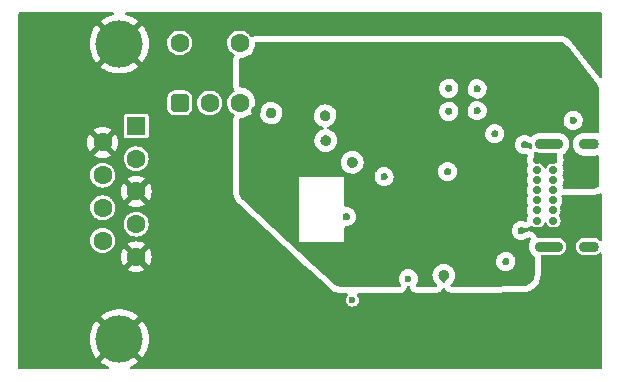
<source format=gbr>
%TF.GenerationSoftware,KiCad,Pcbnew,(6.0.2)*%
%TF.CreationDate,2022-11-22T23:48:31+01:00*%
%TF.ProjectId,CANap_,43414e61-70e9-42e6-9b69-6361645f7063,rev?*%
%TF.SameCoordinates,Original*%
%TF.FileFunction,Copper,L3,Inr*%
%TF.FilePolarity,Positive*%
%FSLAX46Y46*%
G04 Gerber Fmt 4.6, Leading zero omitted, Abs format (unit mm)*
G04 Created by KiCad (PCBNEW (6.0.2)) date 2022-11-22 23:48:31*
%MOMM*%
%LPD*%
G01*
G04 APERTURE LIST*
G04 Aperture macros list*
%AMRoundRect*
0 Rectangle with rounded corners*
0 $1 Rounding radius*
0 $2 $3 $4 $5 $6 $7 $8 $9 X,Y pos of 4 corners*
0 Add a 4 corners polygon primitive as box body*
4,1,4,$2,$3,$4,$5,$6,$7,$8,$9,$2,$3,0*
0 Add four circle primitives for the rounded corners*
1,1,$1+$1,$2,$3*
1,1,$1+$1,$4,$5*
1,1,$1+$1,$6,$7*
1,1,$1+$1,$8,$9*
0 Add four rect primitives between the rounded corners*
20,1,$1+$1,$2,$3,$4,$5,0*
20,1,$1+$1,$4,$5,$6,$7,0*
20,1,$1+$1,$6,$7,$8,$9,0*
20,1,$1+$1,$8,$9,$2,$3,0*%
G04 Aperture macros list end*
%TA.AperFunction,ComponentPad*%
%ADD10C,4.000000*%
%TD*%
%TA.AperFunction,ComponentPad*%
%ADD11R,1.600000X1.600000*%
%TD*%
%TA.AperFunction,ComponentPad*%
%ADD12C,1.600000*%
%TD*%
%TA.AperFunction,ComponentPad*%
%ADD13RoundRect,0.400000X-0.400000X0.400000X-0.400000X-0.400000X0.400000X-0.400000X0.400000X0.400000X0*%
%TD*%
%TA.AperFunction,ComponentPad*%
%ADD14C,0.700000*%
%TD*%
%TA.AperFunction,ComponentPad*%
%ADD15O,2.400000X0.900000*%
%TD*%
%TA.AperFunction,ComponentPad*%
%ADD16O,1.700000X0.900000*%
%TD*%
%TA.AperFunction,ViaPad*%
%ADD17C,0.600000*%
%TD*%
%TA.AperFunction,ViaPad*%
%ADD18C,0.900000*%
%TD*%
G04 APERTURE END LIST*
D10*
%TO.N,GND*%
%TO.C,J2*%
X138460331Y-70490000D03*
X138460331Y-95490000D03*
D11*
%TO.N,unconnected-(J2-Pad1)*%
X139880331Y-77450000D03*
D12*
%TO.N,CANL*%
X139880331Y-80220000D03*
%TO.N,GND*%
X139880331Y-82990000D03*
%TO.N,unconnected-(J2-Pad4)*%
X139880331Y-85760000D03*
%TO.N,GND*%
X139880331Y-88530000D03*
X137040331Y-78835000D03*
%TO.N,CANH*%
X137040331Y-81605000D03*
%TO.N,unconnected-(J2-Pad8)*%
X137040331Y-84375000D03*
%TO.N,unconnected-(J2-Pad9)*%
X137040331Y-87145000D03*
%TD*%
%TO.N,*%
%TO.C,SW2*%
X143560000Y-70410000D03*
X148640000Y-70410000D03*
D13*
%TO.N,CANL*%
X143560000Y-75490000D03*
D12*
%TO.N,Net-(R1-Pad2)*%
X146100000Y-75490000D03*
%TO.N,unconnected-(SW2-Pad3)*%
X148640000Y-75490000D03*
%TD*%
D14*
%TO.N,GND*%
%TO.C,J1*%
X173850000Y-80350000D03*
%TO.N,+5V*%
X173850000Y-81200000D03*
%TO.N,Net-(J1-PadA5)*%
X173850000Y-82050000D03*
%TO.N,/USB+*%
X173850000Y-82900000D03*
%TO.N,/USB-*%
X173850000Y-83750000D03*
%TO.N,unconnected-(J1-PadA8)*%
X173850000Y-84600000D03*
%TO.N,+5V*%
X173850000Y-85450000D03*
%TO.N,GND*%
X173850000Y-86300000D03*
X175200000Y-86300000D03*
%TO.N,+5V*%
X175200000Y-85450000D03*
%TO.N,Net-(J1-PadB5)*%
X175200000Y-84600000D03*
%TO.N,/USB+*%
X175200000Y-83750000D03*
%TO.N,/USB-*%
X175200000Y-82900000D03*
%TO.N,unconnected-(J1-PadB8)*%
X175200000Y-82050000D03*
%TO.N,+5V*%
X175200000Y-81200000D03*
%TO.N,GND*%
X175200000Y-80350000D03*
D15*
%TO.N,unconnected-(J1-PadS1)*%
X174830000Y-79000000D03*
D16*
X178210000Y-87650000D03*
X178210000Y-79000000D03*
D15*
X174830000Y-87650000D03*
%TD*%
D17*
%TO.N,GND*%
X166250000Y-81300000D03*
X171600000Y-92200000D03*
X143300000Y-92350000D03*
X147050000Y-92350000D03*
X147050000Y-89250000D03*
X143300000Y-89100000D03*
X166350000Y-76200000D03*
X166350000Y-74250000D03*
X168750000Y-74300000D03*
X168750000Y-76150000D03*
X170250000Y-78100000D03*
%TO.N,+3V3*%
X176850000Y-72350000D03*
X167300000Y-80050000D03*
%TO.N,GND*%
X155750000Y-96450000D03*
D18*
X155925000Y-78675000D03*
D17*
X172768750Y-79018750D03*
X171175000Y-88925000D03*
X172500000Y-86300000D03*
D18*
X165925000Y-90075000D03*
X158175000Y-80525000D03*
X158175000Y-93275000D03*
D17*
X157684114Y-85128237D03*
D18*
X151300000Y-76350000D03*
D17*
X176950000Y-69350000D03*
X160871925Y-81737669D03*
X176875000Y-76975000D03*
D18*
X155875000Y-76575000D03*
D17*
X145400000Y-83200000D03*
D18*
%TO.N,+3V3*%
X171000000Y-73050000D03*
X162018750Y-83518750D03*
X167525000Y-90325000D03*
X150050000Y-76200000D03*
X158275000Y-90375000D03*
X159667657Y-75324500D03*
X164050000Y-82093750D03*
D17*
%TO.N,Net-(D4-Pad2)*%
X158175000Y-92175000D03*
X162925000Y-90375000D03*
%TD*%
%TA.AperFunction,Conductor*%
%TO.N,+3V3*%
G36*
X175614695Y-70300525D02*
G01*
X175779046Y-70315571D01*
X175801629Y-70319740D01*
X175954960Y-70362815D01*
X175976413Y-70371017D01*
X176119368Y-70441214D01*
X176138978Y-70453175D01*
X176266820Y-70548168D01*
X176283925Y-70563486D01*
X176396326Y-70684338D01*
X176403757Y-70693098D01*
X178875999Y-73892469D01*
X179015702Y-74073261D01*
X179041527Y-74139394D01*
X179042000Y-74150303D01*
X179042000Y-77956003D01*
X179021998Y-78024124D01*
X178968342Y-78070617D01*
X178898068Y-78080721D01*
X178890238Y-78079341D01*
X178846104Y-78070121D01*
X178715443Y-78042824D01*
X178715438Y-78042823D01*
X178710707Y-78041835D01*
X178704315Y-78041500D01*
X177761337Y-78041500D01*
X177692049Y-78048538D01*
X177622622Y-78055590D01*
X177622621Y-78055590D01*
X177616273Y-78056235D01*
X177570380Y-78070617D01*
X177436549Y-78112556D01*
X177436544Y-78112558D01*
X177430459Y-78114465D01*
X177380771Y-78142008D01*
X177265729Y-78205777D01*
X177265726Y-78205779D01*
X177260150Y-78208870D01*
X177255309Y-78213019D01*
X177255305Y-78213022D01*
X177137636Y-78313877D01*
X177112302Y-78335591D01*
X177108391Y-78340633D01*
X177108390Y-78340634D01*
X177074234Y-78384668D01*
X176992954Y-78489453D01*
X176990138Y-78495176D01*
X176990136Y-78495179D01*
X176913432Y-78651062D01*
X176906982Y-78664171D01*
X176905373Y-78670349D01*
X176905372Y-78670351D01*
X176861875Y-78837340D01*
X176857898Y-78852607D01*
X176854710Y-78913438D01*
X176848625Y-79029555D01*
X176847707Y-79047064D01*
X176861916Y-79141014D01*
X176874591Y-79224824D01*
X176876825Y-79239599D01*
X176879028Y-79245585D01*
X176879029Y-79245591D01*
X176941860Y-79416360D01*
X176941862Y-79416365D01*
X176944063Y-79422346D01*
X176947425Y-79427768D01*
X177041145Y-79578922D01*
X177046674Y-79587840D01*
X177051055Y-79592473D01*
X177051056Y-79592474D01*
X177093349Y-79637198D01*
X177180466Y-79729322D01*
X177185696Y-79732984D01*
X177185697Y-79732985D01*
X177223846Y-79759697D01*
X177339975Y-79841011D01*
X177387987Y-79861788D01*
X177512825Y-79915810D01*
X177512829Y-79915811D01*
X177518684Y-79918345D01*
X177524931Y-79919650D01*
X177524934Y-79919651D01*
X177704557Y-79957176D01*
X177704562Y-79957177D01*
X177709293Y-79958165D01*
X177715685Y-79958500D01*
X178658663Y-79958500D01*
X178727951Y-79951462D01*
X178797378Y-79944410D01*
X178797379Y-79944410D01*
X178803727Y-79943765D01*
X178878321Y-79920389D01*
X178949306Y-79919105D01*
X179009717Y-79956402D01*
X179040373Y-80020439D01*
X179042000Y-80040623D01*
X179042000Y-82510699D01*
X179021998Y-82578820D01*
X178995405Y-82608529D01*
X178973545Y-82626272D01*
X178953107Y-82639792D01*
X178802979Y-82719294D01*
X178780308Y-82728603D01*
X178617635Y-82777538D01*
X178593593Y-82782282D01*
X178472562Y-82794109D01*
X178418377Y-82799403D01*
X178406126Y-82800000D01*
X176161732Y-82800000D01*
X176093611Y-82779998D01*
X176047118Y-82726342D01*
X176041899Y-82712936D01*
X175990641Y-82555177D01*
X175990640Y-82555175D01*
X175988599Y-82548893D01*
X175982309Y-82537998D01*
X175965572Y-82469004D01*
X175982309Y-82412001D01*
X175988599Y-82401107D01*
X176032657Y-82265510D01*
X176042325Y-82235754D01*
X176042325Y-82235753D01*
X176044365Y-82229475D01*
X176063229Y-82050000D01*
X176044365Y-81870525D01*
X175988599Y-81698893D01*
X175982309Y-81687998D01*
X175965572Y-81619004D01*
X175982309Y-81562001D01*
X175988599Y-81551107D01*
X176016359Y-81465670D01*
X176042325Y-81385754D01*
X176042325Y-81385753D01*
X176044365Y-81379475D01*
X176054648Y-81281646D01*
X176062539Y-81206565D01*
X176063229Y-81200000D01*
X176053095Y-81103587D01*
X176045055Y-81027089D01*
X176045055Y-81027088D01*
X176044365Y-81020525D01*
X176039380Y-81005181D01*
X175990641Y-80855178D01*
X175988599Y-80848893D01*
X175982309Y-80837998D01*
X175965572Y-80769004D01*
X175982309Y-80712001D01*
X175988599Y-80701107D01*
X176032380Y-80566362D01*
X176042325Y-80535754D01*
X176042325Y-80535753D01*
X176044365Y-80529475D01*
X176063229Y-80350000D01*
X176061960Y-80337926D01*
X176045055Y-80177089D01*
X176045055Y-80177088D01*
X176044365Y-80170525D01*
X175988599Y-79998893D01*
X175988414Y-79998572D01*
X175979288Y-79930498D01*
X176009396Y-79866201D01*
X176042742Y-79839417D01*
X176124263Y-79794228D01*
X176124270Y-79794223D01*
X176129850Y-79791130D01*
X176134691Y-79786981D01*
X176134695Y-79786978D01*
X176272855Y-79668560D01*
X176277698Y-79664409D01*
X176292248Y-79645652D01*
X176393131Y-79515594D01*
X176397046Y-79510547D01*
X176408041Y-79488204D01*
X176480200Y-79341556D01*
X176483018Y-79335829D01*
X176484628Y-79329649D01*
X176530492Y-79153575D01*
X176530492Y-79153572D01*
X176532102Y-79147393D01*
X176537694Y-79040683D01*
X176541959Y-78959317D01*
X176541959Y-78959313D01*
X176542293Y-78952936D01*
X176513175Y-78760401D01*
X176510972Y-78754415D01*
X176510971Y-78754409D01*
X176448140Y-78583640D01*
X176448138Y-78583635D01*
X176445937Y-78577654D01*
X176343326Y-78412160D01*
X176239660Y-78302535D01*
X176213919Y-78275315D01*
X176209534Y-78270678D01*
X176150002Y-78228993D01*
X176055259Y-78162654D01*
X176050025Y-78158989D01*
X175975268Y-78126639D01*
X175877175Y-78084190D01*
X175877171Y-78084189D01*
X175871316Y-78081655D01*
X175865069Y-78080350D01*
X175865066Y-78080349D01*
X175685443Y-78042824D01*
X175685438Y-78042823D01*
X175680707Y-78041835D01*
X175674315Y-78041500D01*
X174031337Y-78041500D01*
X173962049Y-78048538D01*
X173892622Y-78055590D01*
X173892621Y-78055590D01*
X173886273Y-78056235D01*
X173840380Y-78070617D01*
X173706549Y-78112556D01*
X173706544Y-78112558D01*
X173700459Y-78114465D01*
X173650771Y-78142008D01*
X173535729Y-78205777D01*
X173535726Y-78205779D01*
X173530150Y-78208870D01*
X173525309Y-78213019D01*
X173525305Y-78213022D01*
X173387149Y-78331436D01*
X173387146Y-78331439D01*
X173382302Y-78335591D01*
X173381831Y-78335042D01*
X173324563Y-78368155D01*
X173253644Y-78364823D01*
X173227267Y-78352114D01*
X173125416Y-78287477D01*
X173067952Y-78267015D01*
X172961175Y-78228993D01*
X172961170Y-78228992D01*
X172954540Y-78226631D01*
X172947552Y-78225798D01*
X172947549Y-78225797D01*
X172805593Y-78208870D01*
X172774430Y-78205154D01*
X172767427Y-78205890D01*
X172767426Y-78205890D01*
X172601038Y-78223378D01*
X172601036Y-78223379D01*
X172594038Y-78224114D01*
X172422329Y-78282568D01*
X172379495Y-78308920D01*
X172273845Y-78373916D01*
X172273842Y-78373918D01*
X172267838Y-78377612D01*
X172262803Y-78382543D01*
X172262800Y-78382545D01*
X172143275Y-78499593D01*
X172138243Y-78504521D01*
X172039985Y-78656988D01*
X172037576Y-78663608D01*
X172037574Y-78663611D01*
X172000047Y-78766715D01*
X171977947Y-78827435D01*
X171955213Y-79007390D01*
X171972913Y-79187910D01*
X172030168Y-79360023D01*
X172033815Y-79366045D01*
X172033816Y-79366047D01*
X172109480Y-79490983D01*
X172124130Y-79515174D01*
X172129019Y-79520237D01*
X172129020Y-79520238D01*
X172189067Y-79582418D01*
X172250132Y-79645652D01*
X172256028Y-79649510D01*
X172368244Y-79722942D01*
X172401909Y-79744972D01*
X172408513Y-79747428D01*
X172408515Y-79747429D01*
X172565308Y-79805740D01*
X172565310Y-79805740D01*
X172571918Y-79808198D01*
X172655745Y-79819383D01*
X172744730Y-79831257D01*
X172744734Y-79831257D01*
X172751711Y-79832188D01*
X172758722Y-79831550D01*
X172758726Y-79831550D01*
X172932350Y-79815748D01*
X172932466Y-79817022D01*
X172995942Y-79822314D01*
X173052273Y-79865526D01*
X173076299Y-79932334D01*
X173065630Y-79991090D01*
X173064700Y-79993179D01*
X173061401Y-79998893D01*
X173005635Y-80170525D01*
X173004945Y-80177088D01*
X173004945Y-80177089D01*
X172988040Y-80337926D01*
X172986771Y-80350000D01*
X173005635Y-80529475D01*
X173007675Y-80535753D01*
X173007675Y-80535754D01*
X173017620Y-80566362D01*
X173061401Y-80701107D01*
X173067691Y-80712001D01*
X173084428Y-80780996D01*
X173067691Y-80837998D01*
X173061401Y-80848893D01*
X173059359Y-80855178D01*
X173010621Y-81005181D01*
X173005635Y-81020525D01*
X173004945Y-81027088D01*
X173004945Y-81027089D01*
X172996905Y-81103587D01*
X172986771Y-81200000D01*
X172987461Y-81206565D01*
X172995353Y-81281646D01*
X173005635Y-81379475D01*
X173007675Y-81385753D01*
X173007675Y-81385754D01*
X173033641Y-81465670D01*
X173061401Y-81551107D01*
X173067691Y-81562001D01*
X173084428Y-81630996D01*
X173067691Y-81687998D01*
X173061401Y-81698893D01*
X173005635Y-81870525D01*
X172986771Y-82050000D01*
X173005635Y-82229475D01*
X173007675Y-82235753D01*
X173007675Y-82235754D01*
X173017343Y-82265510D01*
X173061401Y-82401107D01*
X173067691Y-82412001D01*
X173084428Y-82480996D01*
X173067691Y-82537998D01*
X173061401Y-82548893D01*
X173005635Y-82720525D01*
X173004945Y-82727088D01*
X173004945Y-82727089D01*
X172999384Y-82779998D01*
X172986771Y-82900000D01*
X173005635Y-83079475D01*
X173061401Y-83251107D01*
X173067691Y-83262001D01*
X173084428Y-83330996D01*
X173067691Y-83387998D01*
X173061401Y-83398893D01*
X173005635Y-83570525D01*
X172986771Y-83750000D01*
X173005635Y-83929475D01*
X173061401Y-84101107D01*
X173067691Y-84112001D01*
X173084428Y-84180996D01*
X173067691Y-84237998D01*
X173061401Y-84248893D01*
X173005635Y-84420525D01*
X172986771Y-84600000D01*
X173005635Y-84779475D01*
X173061401Y-84951107D01*
X173067691Y-84962001D01*
X173084428Y-85030996D01*
X173067691Y-85087998D01*
X173061401Y-85098893D01*
X173005635Y-85270525D01*
X173004945Y-85277088D01*
X173004945Y-85277089D01*
X172986786Y-85449861D01*
X172959773Y-85515517D01*
X172901551Y-85556147D01*
X172830606Y-85558850D01*
X172819209Y-85555389D01*
X172692425Y-85510243D01*
X172692420Y-85510242D01*
X172685790Y-85507881D01*
X172678802Y-85507048D01*
X172678799Y-85507047D01*
X172555698Y-85492368D01*
X172505680Y-85486404D01*
X172498677Y-85487140D01*
X172498676Y-85487140D01*
X172332288Y-85504628D01*
X172332286Y-85504629D01*
X172325288Y-85505364D01*
X172153579Y-85563818D01*
X172147575Y-85567512D01*
X172005095Y-85655166D01*
X172005092Y-85655168D01*
X171999088Y-85658862D01*
X171994053Y-85663793D01*
X171994050Y-85663795D01*
X171884119Y-85771448D01*
X171869493Y-85785771D01*
X171771235Y-85938238D01*
X171768826Y-85944858D01*
X171768824Y-85944861D01*
X171750506Y-85995190D01*
X171709197Y-86108685D01*
X171686463Y-86288640D01*
X171704163Y-86469160D01*
X171761418Y-86641273D01*
X171765065Y-86647295D01*
X171765066Y-86647297D01*
X171767374Y-86651107D01*
X171855380Y-86796424D01*
X171860269Y-86801487D01*
X171860270Y-86801488D01*
X171867514Y-86808989D01*
X171981382Y-86926902D01*
X171987278Y-86930760D01*
X172106030Y-87008469D01*
X172133159Y-87026222D01*
X172139763Y-87028678D01*
X172139765Y-87028679D01*
X172296558Y-87086990D01*
X172296560Y-87086990D01*
X172303168Y-87089448D01*
X172386995Y-87100633D01*
X172475980Y-87112507D01*
X172475984Y-87112507D01*
X172482961Y-87113438D01*
X172489972Y-87112800D01*
X172489976Y-87112800D01*
X172632459Y-87099832D01*
X172663600Y-87096998D01*
X172670302Y-87094820D01*
X172670304Y-87094820D01*
X172829409Y-87043124D01*
X172829412Y-87043123D01*
X172836108Y-87040947D01*
X172991912Y-86948069D01*
X173052266Y-86890595D01*
X173115391Y-86858103D01*
X173186062Y-86864897D01*
X173232791Y-86897528D01*
X173272387Y-86941504D01*
X173272388Y-86941504D01*
X173272258Y-86941621D01*
X173307890Y-86999455D01*
X173306539Y-87070439D01*
X173285901Y-87109870D01*
X173262954Y-87139453D01*
X173260138Y-87145176D01*
X173260136Y-87145179D01*
X173211444Y-87244135D01*
X173176982Y-87314171D01*
X173127898Y-87502607D01*
X173117707Y-87697064D01*
X173146825Y-87889599D01*
X173149028Y-87895585D01*
X173149029Y-87895591D01*
X173211860Y-88066360D01*
X173211862Y-88066365D01*
X173214063Y-88072346D01*
X173316674Y-88237840D01*
X173321055Y-88242473D01*
X173321056Y-88242474D01*
X173363297Y-88287143D01*
X173450466Y-88379322D01*
X173576001Y-88467222D01*
X173620328Y-88522678D01*
X173629717Y-88572146D01*
X173609852Y-90034049D01*
X173609094Y-90046246D01*
X173593053Y-90190675D01*
X173589733Y-90220562D01*
X173584700Y-90244446D01*
X173533929Y-90405892D01*
X173524386Y-90428355D01*
X173506664Y-90460891D01*
X173443434Y-90576976D01*
X173429739Y-90597176D01*
X173321642Y-90727400D01*
X173304306Y-90744582D01*
X173173127Y-90851511D01*
X173152798Y-90865030D01*
X173003470Y-90944649D01*
X172980916Y-90953995D01*
X172819027Y-91003324D01*
X172795095Y-91008144D01*
X172737183Y-91014055D01*
X172620614Y-91025951D01*
X172608428Y-91026601D01*
X171901446Y-91029904D01*
X169752496Y-91039945D01*
X166594486Y-91054701D01*
X166526272Y-91035017D01*
X166479529Y-90981579D01*
X166469097Y-90911353D01*
X166498288Y-90846635D01*
X166516324Y-90829413D01*
X166584343Y-90776271D01*
X166589199Y-90772477D01*
X166606207Y-90752773D01*
X166707994Y-90634852D01*
X166707995Y-90634850D01*
X166712023Y-90630184D01*
X166804870Y-90466744D01*
X166864203Y-90288382D01*
X166887762Y-90101892D01*
X166888138Y-90075000D01*
X166869795Y-89887926D01*
X166863385Y-89866693D01*
X166826919Y-89745915D01*
X166815465Y-89707977D01*
X166727218Y-89542008D01*
X166608415Y-89396340D01*
X166554603Y-89351823D01*
X166468329Y-89280450D01*
X166468324Y-89280447D01*
X166463580Y-89276522D01*
X166458161Y-89273592D01*
X166458158Y-89273590D01*
X166388671Y-89236019D01*
X166298231Y-89187119D01*
X166118666Y-89131534D01*
X166112541Y-89130890D01*
X166112540Y-89130890D01*
X165937852Y-89112529D01*
X165937851Y-89112529D01*
X165931724Y-89111885D01*
X165854673Y-89118897D01*
X165750665Y-89128363D01*
X165750662Y-89128364D01*
X165744526Y-89128922D01*
X165738620Y-89130660D01*
X165738616Y-89130661D01*
X165605278Y-89169905D01*
X165564202Y-89181994D01*
X165397621Y-89269080D01*
X165251128Y-89386864D01*
X165247170Y-89391582D01*
X165247167Y-89391584D01*
X165204770Y-89442111D01*
X165130302Y-89530859D01*
X165127338Y-89536251D01*
X165127335Y-89536255D01*
X165068920Y-89642512D01*
X165039746Y-89695580D01*
X165037885Y-89701447D01*
X165037884Y-89701449D01*
X165026037Y-89738795D01*
X164982909Y-89874752D01*
X164961956Y-90061552D01*
X164962472Y-90067696D01*
X164972799Y-90190675D01*
X164977685Y-90248865D01*
X165003591Y-90339210D01*
X165022712Y-90405892D01*
X165029497Y-90429555D01*
X165032312Y-90435032D01*
X165032313Y-90435035D01*
X165105261Y-90576976D01*
X165115418Y-90596740D01*
X165119241Y-90601564D01*
X165119244Y-90601568D01*
X165210159Y-90716273D01*
X165232177Y-90744052D01*
X165343708Y-90838973D01*
X165382620Y-90898354D01*
X165383251Y-90969347D01*
X165345400Y-91029412D01*
X165281083Y-91059478D01*
X165262633Y-91060924D01*
X163670642Y-91068363D01*
X163602428Y-91048679D01*
X163555685Y-90995241D01*
X163545253Y-90925015D01*
X163565105Y-90872637D01*
X163644742Y-90752773D01*
X163648643Y-90746902D01*
X163691207Y-90634852D01*
X163710555Y-90583920D01*
X163710556Y-90583918D01*
X163713055Y-90577338D01*
X163714035Y-90570366D01*
X163737748Y-90401639D01*
X163737748Y-90401636D01*
X163738299Y-90397717D01*
X163738616Y-90375000D01*
X163718397Y-90194745D01*
X163716080Y-90188091D01*
X163661064Y-90030106D01*
X163661062Y-90030103D01*
X163658745Y-90023448D01*
X163562626Y-89869624D01*
X163548941Y-89855843D01*
X163439778Y-89745915D01*
X163439774Y-89745912D01*
X163434815Y-89740918D01*
X163423697Y-89733862D01*
X163372622Y-89701449D01*
X163281666Y-89643727D01*
X163252463Y-89633328D01*
X163117425Y-89585243D01*
X163117420Y-89585242D01*
X163110790Y-89582881D01*
X163103802Y-89582048D01*
X163103799Y-89582047D01*
X162980698Y-89567368D01*
X162930680Y-89561404D01*
X162923677Y-89562140D01*
X162923676Y-89562140D01*
X162757288Y-89579628D01*
X162757286Y-89579629D01*
X162750288Y-89580364D01*
X162578579Y-89638818D01*
X162572575Y-89642512D01*
X162430095Y-89730166D01*
X162430092Y-89730168D01*
X162424088Y-89733862D01*
X162419053Y-89738793D01*
X162419050Y-89738795D01*
X162299525Y-89855843D01*
X162294493Y-89860771D01*
X162196235Y-90013238D01*
X162193826Y-90019858D01*
X162193824Y-90019861D01*
X162175031Y-90071495D01*
X162134197Y-90183685D01*
X162111463Y-90363640D01*
X162129163Y-90544160D01*
X162186418Y-90716273D01*
X162190065Y-90722295D01*
X162190066Y-90722297D01*
X162203241Y-90744052D01*
X162280380Y-90871424D01*
X162282686Y-90873812D01*
X162307868Y-90938616D01*
X162293723Y-91008189D01*
X162244209Y-91059071D01*
X162182912Y-91075315D01*
X157301048Y-91098126D01*
X157289209Y-91097624D01*
X157119838Y-91082441D01*
X157096565Y-91078122D01*
X156938750Y-91033161D01*
X156916694Y-91024565D01*
X156884020Y-91008144D01*
X156770079Y-90950882D01*
X156750020Y-90938313D01*
X156615043Y-90834882D01*
X156605987Y-90827241D01*
X154930574Y-89272942D01*
X154543274Y-88913640D01*
X170361463Y-88913640D01*
X170379163Y-89094160D01*
X170436418Y-89266273D01*
X170440065Y-89272295D01*
X170440066Y-89272297D01*
X170515189Y-89396340D01*
X170530380Y-89421424D01*
X170656382Y-89551902D01*
X170732270Y-89601562D01*
X170794849Y-89642512D01*
X170808159Y-89651222D01*
X170814763Y-89653678D01*
X170814765Y-89653679D01*
X170971558Y-89711990D01*
X170971560Y-89711990D01*
X170978168Y-89714448D01*
X171061995Y-89725633D01*
X171150980Y-89737507D01*
X171150984Y-89737507D01*
X171157961Y-89738438D01*
X171164972Y-89737800D01*
X171164976Y-89737800D01*
X171307459Y-89724832D01*
X171338600Y-89721998D01*
X171345302Y-89719820D01*
X171345304Y-89719820D01*
X171504409Y-89668124D01*
X171504412Y-89668123D01*
X171511108Y-89665947D01*
X171646490Y-89585243D01*
X171660860Y-89576677D01*
X171660862Y-89576676D01*
X171666912Y-89573069D01*
X171798266Y-89447982D01*
X171898643Y-89296902D01*
X171963055Y-89127338D01*
X171965227Y-89111885D01*
X171987748Y-88951639D01*
X171987748Y-88951636D01*
X171988299Y-88947717D01*
X171988616Y-88925000D01*
X171968397Y-88744745D01*
X171966080Y-88738091D01*
X171911064Y-88580106D01*
X171911062Y-88580103D01*
X171908745Y-88573448D01*
X171812626Y-88419624D01*
X171776238Y-88382981D01*
X171689778Y-88295915D01*
X171689774Y-88295912D01*
X171684815Y-88290918D01*
X171673697Y-88283862D01*
X171592633Y-88232418D01*
X171531666Y-88193727D01*
X171502463Y-88183328D01*
X171367425Y-88135243D01*
X171367420Y-88135242D01*
X171360790Y-88132881D01*
X171353802Y-88132048D01*
X171353799Y-88132047D01*
X171230698Y-88117368D01*
X171180680Y-88111404D01*
X171173677Y-88112140D01*
X171173676Y-88112140D01*
X171007288Y-88129628D01*
X171007286Y-88129629D01*
X171000288Y-88130364D01*
X170828579Y-88188818D01*
X170822575Y-88192512D01*
X170680095Y-88280166D01*
X170680092Y-88280168D01*
X170674088Y-88283862D01*
X170669053Y-88288793D01*
X170669050Y-88288795D01*
X170572871Y-88382981D01*
X170544493Y-88410771D01*
X170446235Y-88563238D01*
X170443826Y-88569858D01*
X170443824Y-88569861D01*
X170429761Y-88608500D01*
X170384197Y-88733685D01*
X170361463Y-88913640D01*
X154543274Y-88913640D01*
X152750000Y-87250000D01*
X153700000Y-87250000D01*
X157500000Y-87250000D01*
X157500000Y-86063311D01*
X157520002Y-85995190D01*
X157573658Y-85948697D01*
X157642664Y-85938418D01*
X157660093Y-85940744D01*
X157660098Y-85940744D01*
X157667075Y-85941675D01*
X157674086Y-85941037D01*
X157674090Y-85941037D01*
X157816573Y-85928069D01*
X157847714Y-85925235D01*
X157854416Y-85923057D01*
X157854418Y-85923057D01*
X158013523Y-85871361D01*
X158013526Y-85871360D01*
X158020222Y-85869184D01*
X158150214Y-85791693D01*
X158169974Y-85779914D01*
X158169976Y-85779913D01*
X158176026Y-85776306D01*
X158307380Y-85651219D01*
X158407757Y-85500139D01*
X158472169Y-85330575D01*
X158479686Y-85277089D01*
X158496862Y-85154876D01*
X158496862Y-85154873D01*
X158497413Y-85150954D01*
X158497730Y-85128237D01*
X158477511Y-84947982D01*
X158475194Y-84941328D01*
X158420178Y-84783343D01*
X158420176Y-84783340D01*
X158417859Y-84776685D01*
X158321740Y-84622861D01*
X158316778Y-84617864D01*
X158198892Y-84499152D01*
X158198888Y-84499149D01*
X158193929Y-84494155D01*
X158040780Y-84396964D01*
X158011577Y-84386565D01*
X157876539Y-84338480D01*
X157876534Y-84338479D01*
X157869904Y-84336118D01*
X157862916Y-84335285D01*
X157862913Y-84335284D01*
X157734417Y-84319962D01*
X157689794Y-84314641D01*
X157682791Y-84315377D01*
X157682790Y-84315377D01*
X157668088Y-84316922D01*
X157639170Y-84319962D01*
X157569333Y-84307190D01*
X157517486Y-84258689D01*
X157500000Y-84194652D01*
X157500000Y-81750000D01*
X153700000Y-81750000D01*
X153700000Y-87250000D01*
X152750000Y-87250000D01*
X148924636Y-83701168D01*
X148915613Y-83691889D01*
X148793050Y-83552152D01*
X148778076Y-83531051D01*
X148689854Y-83374912D01*
X148679506Y-83351196D01*
X148625036Y-83180318D01*
X148619750Y-83154988D01*
X148612604Y-83085754D01*
X148600666Y-82970106D01*
X148600000Y-82957169D01*
X148600000Y-81726309D01*
X160058388Y-81726309D01*
X160076088Y-81906829D01*
X160133343Y-82078942D01*
X160136990Y-82084964D01*
X160136991Y-82084966D01*
X160153671Y-82112507D01*
X160227305Y-82234093D01*
X160353307Y-82364571D01*
X160505084Y-82463891D01*
X160511688Y-82466347D01*
X160511690Y-82466348D01*
X160668483Y-82524659D01*
X160668485Y-82524659D01*
X160675093Y-82527117D01*
X160756648Y-82537999D01*
X160847905Y-82550176D01*
X160847909Y-82550176D01*
X160854886Y-82551107D01*
X160861897Y-82550469D01*
X160861901Y-82550469D01*
X161004384Y-82537501D01*
X161035525Y-82534667D01*
X161042227Y-82532489D01*
X161042229Y-82532489D01*
X161201334Y-82480793D01*
X161201337Y-82480792D01*
X161208033Y-82478616D01*
X161304438Y-82421147D01*
X161357785Y-82389346D01*
X161357787Y-82389345D01*
X161363837Y-82385738D01*
X161495191Y-82260651D01*
X161595568Y-82109571D01*
X161659980Y-81940007D01*
X161662534Y-81921834D01*
X161684673Y-81764308D01*
X161684673Y-81764305D01*
X161685224Y-81760386D01*
X161685541Y-81737669D01*
X161665322Y-81557414D01*
X161663005Y-81550760D01*
X161607989Y-81392775D01*
X161607987Y-81392772D01*
X161605670Y-81386117D01*
X161563579Y-81318757D01*
X161544760Y-81288640D01*
X165436463Y-81288640D01*
X165454163Y-81469160D01*
X165511418Y-81641273D01*
X165515065Y-81647295D01*
X165515066Y-81647297D01*
X165588236Y-81768115D01*
X165605380Y-81796424D01*
X165731382Y-81926902D01*
X165883159Y-82026222D01*
X165889763Y-82028678D01*
X165889765Y-82028679D01*
X166046558Y-82086990D01*
X166046560Y-82086990D01*
X166053168Y-82089448D01*
X166136995Y-82100633D01*
X166225980Y-82112507D01*
X166225984Y-82112507D01*
X166232961Y-82113438D01*
X166239972Y-82112800D01*
X166239976Y-82112800D01*
X166382459Y-82099832D01*
X166413600Y-82096998D01*
X166420302Y-82094820D01*
X166420304Y-82094820D01*
X166579409Y-82043124D01*
X166579412Y-82043123D01*
X166586108Y-82040947D01*
X166741912Y-81948069D01*
X166873266Y-81822982D01*
X166973643Y-81671902D01*
X167038055Y-81502338D01*
X167040183Y-81487198D01*
X167062748Y-81326639D01*
X167062748Y-81326636D01*
X167063299Y-81322717D01*
X167063616Y-81300000D01*
X167043397Y-81119745D01*
X167041080Y-81113091D01*
X166986064Y-80955106D01*
X166986062Y-80955103D01*
X166983745Y-80948448D01*
X166980009Y-80942469D01*
X166891359Y-80800598D01*
X166887626Y-80794624D01*
X166873941Y-80780843D01*
X166764778Y-80670915D01*
X166764774Y-80670912D01*
X166759815Y-80665918D01*
X166748697Y-80658862D01*
X166700538Y-80628300D01*
X166606666Y-80568727D01*
X166549536Y-80548384D01*
X166442425Y-80510243D01*
X166442420Y-80510242D01*
X166435790Y-80507881D01*
X166428802Y-80507048D01*
X166428799Y-80507047D01*
X166305698Y-80492368D01*
X166255680Y-80486404D01*
X166248677Y-80487140D01*
X166248676Y-80487140D01*
X166082288Y-80504628D01*
X166082286Y-80504629D01*
X166075288Y-80505364D01*
X165903579Y-80563818D01*
X165897575Y-80567512D01*
X165755095Y-80655166D01*
X165755092Y-80655168D01*
X165749088Y-80658862D01*
X165744053Y-80663793D01*
X165744050Y-80663795D01*
X165694824Y-80712001D01*
X165619493Y-80785771D01*
X165521235Y-80938238D01*
X165518826Y-80944858D01*
X165518824Y-80944861D01*
X165461825Y-81101464D01*
X165459197Y-81108685D01*
X165436463Y-81288640D01*
X161544760Y-81288640D01*
X161513284Y-81238267D01*
X161509551Y-81232293D01*
X161500760Y-81223440D01*
X161386703Y-81108584D01*
X161386699Y-81108581D01*
X161381740Y-81103587D01*
X161370622Y-81096531D01*
X161292163Y-81046740D01*
X161228591Y-81006396D01*
X161199388Y-80995997D01*
X161064350Y-80947912D01*
X161064345Y-80947911D01*
X161057715Y-80945550D01*
X161050727Y-80944717D01*
X161050724Y-80944716D01*
X160927623Y-80930037D01*
X160877605Y-80924073D01*
X160870602Y-80924809D01*
X160870601Y-80924809D01*
X160704213Y-80942297D01*
X160704211Y-80942298D01*
X160697213Y-80943033D01*
X160525504Y-81001487D01*
X160483889Y-81027089D01*
X160377020Y-81092835D01*
X160377017Y-81092837D01*
X160371013Y-81096531D01*
X160365978Y-81101462D01*
X160365975Y-81101464D01*
X160276361Y-81189221D01*
X160241418Y-81223440D01*
X160143160Y-81375907D01*
X160140751Y-81382527D01*
X160140749Y-81382530D01*
X160094747Y-81508920D01*
X160081122Y-81546354D01*
X160058388Y-81726309D01*
X148600000Y-81726309D01*
X148600000Y-80511552D01*
X157211956Y-80511552D01*
X157212472Y-80517696D01*
X157224016Y-80655166D01*
X157227685Y-80698865D01*
X157247797Y-80769004D01*
X157269065Y-80843173D01*
X157279497Y-80879555D01*
X157282312Y-80885032D01*
X157282313Y-80885035D01*
X157344684Y-81006396D01*
X157365418Y-81046740D01*
X157369241Y-81051564D01*
X157369244Y-81051568D01*
X157428829Y-81126744D01*
X157482177Y-81194052D01*
X157625324Y-81315880D01*
X157630702Y-81318886D01*
X157630704Y-81318887D01*
X157707367Y-81361732D01*
X157789409Y-81407584D01*
X157968180Y-81465670D01*
X158154830Y-81487927D01*
X158160965Y-81487455D01*
X158160967Y-81487455D01*
X158336105Y-81473979D01*
X158336109Y-81473978D01*
X158342247Y-81473506D01*
X158427378Y-81449737D01*
X158517350Y-81424616D01*
X158517353Y-81424615D01*
X158523294Y-81422956D01*
X158528798Y-81420176D01*
X158528800Y-81420175D01*
X158685574Y-81340983D01*
X158685576Y-81340982D01*
X158691075Y-81338204D01*
X158839199Y-81222477D01*
X158858601Y-81200000D01*
X158957994Y-81084852D01*
X158957995Y-81084850D01*
X158962023Y-81080184D01*
X159054870Y-80916744D01*
X159114203Y-80738382D01*
X159137762Y-80551892D01*
X159137988Y-80535754D01*
X159138089Y-80528522D01*
X159138089Y-80528518D01*
X159138138Y-80525000D01*
X159119795Y-80337926D01*
X159065465Y-80157977D01*
X158977218Y-79992008D01*
X158858415Y-79846340D01*
X158804603Y-79801823D01*
X158718329Y-79730450D01*
X158718324Y-79730447D01*
X158713580Y-79726522D01*
X158708161Y-79723592D01*
X158708158Y-79723590D01*
X158606380Y-79668560D01*
X158548231Y-79637119D01*
X158368666Y-79581534D01*
X158362541Y-79580890D01*
X158362540Y-79580890D01*
X158187852Y-79562529D01*
X158187851Y-79562529D01*
X158181724Y-79561885D01*
X158104673Y-79568897D01*
X158000665Y-79578363D01*
X158000662Y-79578364D01*
X157994526Y-79578922D01*
X157988620Y-79580660D01*
X157988616Y-79580661D01*
X157855278Y-79619905D01*
X157814202Y-79631994D01*
X157647621Y-79719080D01*
X157501128Y-79836864D01*
X157497170Y-79841582D01*
X157497167Y-79841584D01*
X157431042Y-79920389D01*
X157380302Y-79980859D01*
X157377338Y-79986251D01*
X157377335Y-79986255D01*
X157303611Y-80120360D01*
X157289746Y-80145580D01*
X157232909Y-80324752D01*
X157211956Y-80511552D01*
X148600000Y-80511552D01*
X148600000Y-76922456D01*
X148620002Y-76854335D01*
X148673658Y-76807842D01*
X148715018Y-76796935D01*
X148763782Y-76792668D01*
X148868087Y-76783543D01*
X148873400Y-76782119D01*
X148873402Y-76782119D01*
X149083933Y-76725707D01*
X149083935Y-76725706D01*
X149089243Y-76724284D01*
X149104626Y-76717111D01*
X149291762Y-76629849D01*
X149291767Y-76629846D01*
X149296749Y-76627523D01*
X149411323Y-76547297D01*
X149479789Y-76499357D01*
X149479792Y-76499355D01*
X149484300Y-76496198D01*
X149643946Y-76336552D01*
X150336956Y-76336552D01*
X150337472Y-76342696D01*
X150350362Y-76496198D01*
X150352685Y-76523865D01*
X150367348Y-76575000D01*
X150395444Y-76672982D01*
X150404497Y-76704555D01*
X150407312Y-76710032D01*
X150407313Y-76710035D01*
X150469357Y-76830760D01*
X150490418Y-76871740D01*
X150494241Y-76876564D01*
X150494244Y-76876568D01*
X150597904Y-77007352D01*
X150607177Y-77019052D01*
X150611871Y-77023047D01*
X150704133Y-77101568D01*
X150750324Y-77140880D01*
X150755702Y-77143886D01*
X150755704Y-77143887D01*
X150803083Y-77170366D01*
X150914409Y-77232584D01*
X151093180Y-77290670D01*
X151279830Y-77312927D01*
X151285965Y-77312455D01*
X151285967Y-77312455D01*
X151461105Y-77298979D01*
X151461109Y-77298978D01*
X151467247Y-77298506D01*
X151560471Y-77272477D01*
X151642350Y-77249616D01*
X151642353Y-77249615D01*
X151648294Y-77247956D01*
X151653798Y-77245176D01*
X151653800Y-77245175D01*
X151810574Y-77165983D01*
X151810576Y-77165982D01*
X151816075Y-77163204D01*
X151964199Y-77047477D01*
X151968225Y-77042813D01*
X152082994Y-76909852D01*
X152082995Y-76909850D01*
X152087023Y-76905184D01*
X152179870Y-76741744D01*
X152239203Y-76563382D01*
X152239434Y-76561552D01*
X154911956Y-76561552D01*
X154912472Y-76567696D01*
X154926596Y-76735891D01*
X154927685Y-76748865D01*
X154940841Y-76794745D01*
X154972509Y-76905184D01*
X154979497Y-76929555D01*
X154982312Y-76935032D01*
X154982313Y-76935035D01*
X155012492Y-76993757D01*
X155065418Y-77096740D01*
X155069241Y-77101564D01*
X155069244Y-77101568D01*
X155170704Y-77229577D01*
X155182177Y-77244052D01*
X155186871Y-77248047D01*
X155263105Y-77312927D01*
X155325324Y-77365880D01*
X155330702Y-77368886D01*
X155330704Y-77368887D01*
X155407366Y-77411732D01*
X155489409Y-77457584D01*
X155661728Y-77513574D01*
X155720333Y-77553646D01*
X155747970Y-77619043D01*
X155735863Y-77689000D01*
X155687857Y-77741306D01*
X155658366Y-77754280D01*
X155655560Y-77755106D01*
X155564202Y-77781994D01*
X155397621Y-77869080D01*
X155251128Y-77986864D01*
X155247170Y-77991582D01*
X155247167Y-77991584D01*
X155171589Y-78081655D01*
X155130302Y-78130859D01*
X155127338Y-78136251D01*
X155127335Y-78136255D01*
X155079439Y-78223378D01*
X155039746Y-78295580D01*
X154982909Y-78474752D01*
X154961956Y-78661552D01*
X154962472Y-78667696D01*
X154975784Y-78826222D01*
X154977685Y-78848865D01*
X155029497Y-79029555D01*
X155032312Y-79035032D01*
X155032313Y-79035035D01*
X155086779Y-79141014D01*
X155115418Y-79196740D01*
X155119241Y-79201564D01*
X155119244Y-79201568D01*
X155154137Y-79245591D01*
X155232177Y-79344052D01*
X155236871Y-79348047D01*
X155330543Y-79427768D01*
X155375324Y-79465880D01*
X155380702Y-79468886D01*
X155380704Y-79468887D01*
X155445001Y-79504821D01*
X155539409Y-79557584D01*
X155718180Y-79615670D01*
X155904830Y-79637927D01*
X155910965Y-79637455D01*
X155910967Y-79637455D01*
X156086105Y-79623979D01*
X156086109Y-79623978D01*
X156092247Y-79623506D01*
X156177378Y-79599737D01*
X156267350Y-79574616D01*
X156267353Y-79574615D01*
X156273294Y-79572956D01*
X156278798Y-79570176D01*
X156278800Y-79570175D01*
X156435574Y-79490983D01*
X156435576Y-79490982D01*
X156441075Y-79488204D01*
X156589199Y-79372477D01*
X156605718Y-79353340D01*
X156707994Y-79234852D01*
X156707995Y-79234850D01*
X156712023Y-79230184D01*
X156804870Y-79066744D01*
X156864203Y-78888382D01*
X156887762Y-78701892D01*
X156888138Y-78675000D01*
X156869795Y-78487926D01*
X156815465Y-78307977D01*
X156727218Y-78142008D01*
X156683692Y-78088640D01*
X169436463Y-78088640D01*
X169454163Y-78269160D01*
X169511418Y-78441273D01*
X169515065Y-78447295D01*
X169515066Y-78447297D01*
X169597638Y-78583640D01*
X169605380Y-78596424D01*
X169731382Y-78726902D01*
X169737278Y-78730760D01*
X169874898Y-78820816D01*
X169883159Y-78826222D01*
X169889763Y-78828678D01*
X169889765Y-78828679D01*
X170046558Y-78886990D01*
X170046560Y-78886990D01*
X170053168Y-78889448D01*
X170136995Y-78900633D01*
X170225980Y-78912507D01*
X170225984Y-78912507D01*
X170232961Y-78913438D01*
X170239972Y-78912800D01*
X170239976Y-78912800D01*
X170382459Y-78899832D01*
X170413600Y-78896998D01*
X170420302Y-78894820D01*
X170420304Y-78894820D01*
X170579409Y-78843124D01*
X170579412Y-78843123D01*
X170586108Y-78840947D01*
X170741912Y-78748069D01*
X170873266Y-78622982D01*
X170973643Y-78471902D01*
X171038055Y-78302338D01*
X171040476Y-78285112D01*
X171062748Y-78126639D01*
X171062748Y-78126636D01*
X171063299Y-78122717D01*
X171063616Y-78100000D01*
X171043397Y-77919745D01*
X171041080Y-77913091D01*
X170986064Y-77755106D01*
X170986062Y-77755103D01*
X170983745Y-77748448D01*
X170977365Y-77738238D01*
X170891359Y-77600598D01*
X170887626Y-77594624D01*
X170846933Y-77553646D01*
X170764778Y-77470915D01*
X170764774Y-77470912D01*
X170759815Y-77465918D01*
X170748697Y-77458862D01*
X170700538Y-77428300D01*
X170606666Y-77368727D01*
X170526873Y-77340314D01*
X170442425Y-77310243D01*
X170442420Y-77310242D01*
X170435790Y-77307881D01*
X170428802Y-77307048D01*
X170428799Y-77307047D01*
X170291455Y-77290670D01*
X170255680Y-77286404D01*
X170248677Y-77287140D01*
X170248676Y-77287140D01*
X170082288Y-77304628D01*
X170082286Y-77304629D01*
X170075288Y-77305364D01*
X169903579Y-77363818D01*
X169859423Y-77390983D01*
X169755095Y-77455166D01*
X169755092Y-77455168D01*
X169749088Y-77458862D01*
X169744053Y-77463793D01*
X169744050Y-77463795D01*
X169624525Y-77580843D01*
X169619493Y-77585771D01*
X169521235Y-77738238D01*
X169518826Y-77744858D01*
X169518824Y-77744861D01*
X169470903Y-77876522D01*
X169459197Y-77908685D01*
X169458314Y-77915671D01*
X169458314Y-77915673D01*
X169453219Y-77956003D01*
X169436463Y-78088640D01*
X156683692Y-78088640D01*
X156608415Y-77996340D01*
X156515828Y-77919745D01*
X156468329Y-77880450D01*
X156468324Y-77880447D01*
X156463580Y-77876522D01*
X156458161Y-77873592D01*
X156458158Y-77873590D01*
X156388671Y-77836019D01*
X156298231Y-77787119D01*
X156138055Y-77737536D01*
X156078895Y-77698285D01*
X156050348Y-77633280D01*
X156061477Y-77563161D01*
X156108748Y-77510190D01*
X156141429Y-77495814D01*
X156166496Y-77488815D01*
X156217350Y-77474616D01*
X156217353Y-77474615D01*
X156223294Y-77472956D01*
X156228798Y-77470176D01*
X156228800Y-77470175D01*
X156385574Y-77390983D01*
X156385576Y-77390982D01*
X156391075Y-77388204D01*
X156539199Y-77272477D01*
X156558932Y-77249616D01*
X156657994Y-77134852D01*
X156657995Y-77134850D01*
X156662023Y-77130184D01*
X156754870Y-76966744D01*
X156814203Y-76788382D01*
X156837762Y-76601892D01*
X156838138Y-76575000D01*
X156819795Y-76387926D01*
X156817517Y-76380379D01*
X156796917Y-76312151D01*
X156765465Y-76207977D01*
X156755183Y-76188640D01*
X165536463Y-76188640D01*
X165554163Y-76369160D01*
X165611418Y-76541273D01*
X165615065Y-76547295D01*
X165615066Y-76547297D01*
X165694126Y-76677841D01*
X165705380Y-76696424D01*
X165831382Y-76826902D01*
X165837278Y-76830760D01*
X165951010Y-76905184D01*
X165983159Y-76926222D01*
X165989763Y-76928678D01*
X165989765Y-76928679D01*
X166146558Y-76986990D01*
X166146560Y-76986990D01*
X166153168Y-76989448D01*
X166236995Y-77000633D01*
X166325980Y-77012507D01*
X166325984Y-77012507D01*
X166332961Y-77013438D01*
X166339972Y-77012800D01*
X166339976Y-77012800D01*
X166482459Y-76999832D01*
X166513600Y-76996998D01*
X166520302Y-76994820D01*
X166520304Y-76994820D01*
X166616267Y-76963640D01*
X176061463Y-76963640D01*
X176079163Y-77144160D01*
X176136418Y-77316273D01*
X176140065Y-77322295D01*
X176140066Y-77322297D01*
X176225760Y-77463795D01*
X176230380Y-77471424D01*
X176356382Y-77601902D01*
X176508159Y-77701222D01*
X176514763Y-77703678D01*
X176514765Y-77703679D01*
X176671558Y-77761990D01*
X176671560Y-77761990D01*
X176678168Y-77764448D01*
X176761995Y-77775633D01*
X176850980Y-77787507D01*
X176850984Y-77787507D01*
X176857961Y-77788438D01*
X176864972Y-77787800D01*
X176864976Y-77787800D01*
X177007459Y-77774832D01*
X177038600Y-77771998D01*
X177045302Y-77769820D01*
X177045304Y-77769820D01*
X177204409Y-77718124D01*
X177204412Y-77718123D01*
X177211108Y-77715947D01*
X177366912Y-77623069D01*
X177498266Y-77497982D01*
X177598643Y-77346902D01*
X177663055Y-77177338D01*
X177664651Y-77165983D01*
X177687748Y-77001639D01*
X177687748Y-77001636D01*
X177688299Y-76997717D01*
X177688616Y-76975000D01*
X177668397Y-76794745D01*
X177664663Y-76784022D01*
X177611064Y-76630106D01*
X177611062Y-76630103D01*
X177608745Y-76623448D01*
X177597454Y-76605379D01*
X177516359Y-76475598D01*
X177512626Y-76469624D01*
X177498941Y-76455843D01*
X177389778Y-76345915D01*
X177389774Y-76345912D01*
X177384815Y-76340918D01*
X177377936Y-76336552D01*
X177325538Y-76303300D01*
X177231666Y-76243727D01*
X177161542Y-76218757D01*
X177067425Y-76185243D01*
X177067420Y-76185242D01*
X177060790Y-76182881D01*
X177053802Y-76182048D01*
X177053799Y-76182047D01*
X176930698Y-76167368D01*
X176880680Y-76161404D01*
X176873677Y-76162140D01*
X176873676Y-76162140D01*
X176707288Y-76179628D01*
X176707286Y-76179629D01*
X176700288Y-76180364D01*
X176528579Y-76238818D01*
X176522575Y-76242512D01*
X176380095Y-76330166D01*
X176380092Y-76330168D01*
X176374088Y-76333862D01*
X176369053Y-76338793D01*
X176369050Y-76338795D01*
X176297441Y-76408920D01*
X176244493Y-76460771D01*
X176146235Y-76613238D01*
X176143826Y-76619858D01*
X176143824Y-76619861D01*
X176094714Y-76754789D01*
X176084197Y-76783685D01*
X176061463Y-76963640D01*
X166616267Y-76963640D01*
X166679409Y-76943124D01*
X166679412Y-76943123D01*
X166686108Y-76940947D01*
X166802204Y-76871740D01*
X166835860Y-76851677D01*
X166835862Y-76851676D01*
X166841912Y-76848069D01*
X166973266Y-76722982D01*
X167073643Y-76571902D01*
X167138055Y-76402338D01*
X167139035Y-76395366D01*
X167162748Y-76226639D01*
X167162748Y-76226636D01*
X167163299Y-76222717D01*
X167163616Y-76200000D01*
X167156733Y-76138640D01*
X167936463Y-76138640D01*
X167954163Y-76319160D01*
X168011418Y-76491273D01*
X168015065Y-76497295D01*
X168015066Y-76497297D01*
X168095498Y-76630106D01*
X168105380Y-76646424D01*
X168231382Y-76776902D01*
X168256305Y-76793211D01*
X168376310Y-76871740D01*
X168383159Y-76876222D01*
X168389763Y-76878678D01*
X168389765Y-76878679D01*
X168546558Y-76936990D01*
X168546560Y-76936990D01*
X168553168Y-76939448D01*
X168636995Y-76950633D01*
X168725980Y-76962507D01*
X168725984Y-76962507D01*
X168732961Y-76963438D01*
X168739972Y-76962800D01*
X168739976Y-76962800D01*
X168882459Y-76949832D01*
X168913600Y-76946998D01*
X168920302Y-76944820D01*
X168920304Y-76944820D01*
X169079409Y-76893124D01*
X169079412Y-76893123D01*
X169086108Y-76890947D01*
X169232805Y-76803498D01*
X169235860Y-76801677D01*
X169235862Y-76801676D01*
X169241912Y-76798069D01*
X169373266Y-76672982D01*
X169473643Y-76521902D01*
X169529541Y-76374752D01*
X169535555Y-76358920D01*
X169535556Y-76358918D01*
X169538055Y-76352338D01*
X169539958Y-76338795D01*
X169562748Y-76176639D01*
X169562748Y-76176636D01*
X169563299Y-76172717D01*
X169563616Y-76150000D01*
X169543397Y-75969745D01*
X169541080Y-75963091D01*
X169486064Y-75805106D01*
X169486062Y-75805103D01*
X169483745Y-75798448D01*
X169463611Y-75766226D01*
X169391359Y-75650598D01*
X169387626Y-75644624D01*
X169378835Y-75635771D01*
X169264778Y-75520915D01*
X169264774Y-75520912D01*
X169259815Y-75515918D01*
X169248697Y-75508862D01*
X169181727Y-75466362D01*
X169106666Y-75418727D01*
X169019052Y-75387529D01*
X168942425Y-75360243D01*
X168942420Y-75360242D01*
X168935790Y-75357881D01*
X168889016Y-75352304D01*
X168875738Y-75350720D01*
X168810465Y-75322792D01*
X168770653Y-75264009D01*
X168768941Y-75193033D01*
X168805874Y-75132399D01*
X168869725Y-75101357D01*
X168879234Y-75100126D01*
X168913600Y-75096998D01*
X168920302Y-75094820D01*
X168920304Y-75094820D01*
X169079409Y-75043124D01*
X169079412Y-75043123D01*
X169086108Y-75040947D01*
X169241912Y-74948069D01*
X169373266Y-74822982D01*
X169473643Y-74671902D01*
X169538055Y-74502338D01*
X169539035Y-74495366D01*
X169562748Y-74326639D01*
X169562748Y-74326636D01*
X169563299Y-74322717D01*
X169563616Y-74300000D01*
X169543397Y-74119745D01*
X169541080Y-74113091D01*
X169486064Y-73955106D01*
X169486062Y-73955103D01*
X169483745Y-73948448D01*
X169452502Y-73898448D01*
X169391359Y-73800598D01*
X169387626Y-73794624D01*
X169373941Y-73780843D01*
X169264778Y-73670915D01*
X169264774Y-73670912D01*
X169259815Y-73665918D01*
X169248697Y-73658862D01*
X169164085Y-73605166D01*
X169106666Y-73568727D01*
X169077463Y-73558328D01*
X168942425Y-73510243D01*
X168942420Y-73510242D01*
X168935790Y-73507881D01*
X168928802Y-73507048D01*
X168928799Y-73507047D01*
X168805698Y-73492368D01*
X168755680Y-73486404D01*
X168748677Y-73487140D01*
X168748676Y-73487140D01*
X168582288Y-73504628D01*
X168582286Y-73504629D01*
X168575288Y-73505364D01*
X168403579Y-73563818D01*
X168397575Y-73567512D01*
X168255095Y-73655166D01*
X168255092Y-73655168D01*
X168249088Y-73658862D01*
X168244053Y-73663793D01*
X168244050Y-73663795D01*
X168155410Y-73750598D01*
X168119493Y-73785771D01*
X168021235Y-73938238D01*
X168018826Y-73944858D01*
X168018824Y-73944861D01*
X167962468Y-74099698D01*
X167959197Y-74108685D01*
X167936463Y-74288640D01*
X167954163Y-74469160D01*
X168011418Y-74641273D01*
X168015065Y-74647295D01*
X168015066Y-74647297D01*
X168094126Y-74777841D01*
X168105380Y-74796424D01*
X168110269Y-74801487D01*
X168110270Y-74801488D01*
X168178203Y-74871834D01*
X168231382Y-74926902D01*
X168383159Y-75026222D01*
X168389763Y-75028678D01*
X168389765Y-75028679D01*
X168546558Y-75086990D01*
X168546560Y-75086990D01*
X168553168Y-75089448D01*
X168560153Y-75090380D01*
X168560157Y-75090381D01*
X168593428Y-75094820D01*
X168630327Y-75099743D01*
X168695203Y-75128578D01*
X168734191Y-75187912D01*
X168734912Y-75258905D01*
X168697137Y-75319017D01*
X168626834Y-75349946D01*
X168582288Y-75354628D01*
X168582286Y-75354629D01*
X168575288Y-75355364D01*
X168403579Y-75413818D01*
X168397575Y-75417512D01*
X168255095Y-75505166D01*
X168255092Y-75505168D01*
X168249088Y-75508862D01*
X168244053Y-75513793D01*
X168244050Y-75513795D01*
X168126487Y-75628922D01*
X168119493Y-75635771D01*
X168021235Y-75788238D01*
X168018826Y-75794858D01*
X168018824Y-75794861D01*
X167999320Y-75848448D01*
X167959197Y-75958685D01*
X167936463Y-76138640D01*
X167156733Y-76138640D01*
X167143397Y-76019745D01*
X167141080Y-76013091D01*
X167086064Y-75855106D01*
X167086062Y-75855103D01*
X167083745Y-75848448D01*
X167061110Y-75812224D01*
X166991359Y-75700598D01*
X166987626Y-75694624D01*
X166964504Y-75671340D01*
X166864778Y-75570915D01*
X166864774Y-75570912D01*
X166859815Y-75565918D01*
X166848697Y-75558862D01*
X166748814Y-75495475D01*
X166706666Y-75468727D01*
X166668832Y-75455255D01*
X166542425Y-75410243D01*
X166542420Y-75410242D01*
X166535790Y-75407881D01*
X166528802Y-75407048D01*
X166528799Y-75407047D01*
X166405698Y-75392368D01*
X166355680Y-75386404D01*
X166348677Y-75387140D01*
X166348676Y-75387140D01*
X166182288Y-75404628D01*
X166182286Y-75404629D01*
X166175288Y-75405364D01*
X166003579Y-75463818D01*
X165961021Y-75490000D01*
X165855095Y-75555166D01*
X165855092Y-75555168D01*
X165849088Y-75558862D01*
X165844053Y-75563793D01*
X165844050Y-75563795D01*
X165724525Y-75680843D01*
X165719493Y-75685771D01*
X165621235Y-75838238D01*
X165618826Y-75844858D01*
X165618824Y-75844861D01*
X165561606Y-76002066D01*
X165559197Y-76008685D01*
X165536463Y-76188640D01*
X156755183Y-76188640D01*
X156677218Y-76042008D01*
X156558415Y-75896340D01*
X156488182Y-75838238D01*
X156418329Y-75780450D01*
X156418324Y-75780447D01*
X156413580Y-75776522D01*
X156408161Y-75773592D01*
X156408158Y-75773590D01*
X156338671Y-75736019D01*
X156248231Y-75687119D01*
X156068666Y-75631534D01*
X156062541Y-75630890D01*
X156062540Y-75630890D01*
X155887852Y-75612529D01*
X155887851Y-75612529D01*
X155881724Y-75611885D01*
X155804673Y-75618897D01*
X155700665Y-75628363D01*
X155700662Y-75628364D01*
X155694526Y-75628922D01*
X155688620Y-75630660D01*
X155688616Y-75630661D01*
X155582598Y-75661864D01*
X155514202Y-75681994D01*
X155347621Y-75769080D01*
X155201128Y-75886864D01*
X155197170Y-75891582D01*
X155197167Y-75891584D01*
X155161632Y-75933933D01*
X155080302Y-76030859D01*
X155077338Y-76036251D01*
X155077335Y-76036255D01*
X155016969Y-76146062D01*
X154989746Y-76195580D01*
X154987885Y-76201447D01*
X154987884Y-76201449D01*
X154979893Y-76226639D01*
X154932909Y-76374752D01*
X154911956Y-76561552D01*
X152239434Y-76561552D01*
X152262762Y-76376892D01*
X152263138Y-76350000D01*
X152244795Y-76162926D01*
X152240893Y-76150000D01*
X152209933Y-76047459D01*
X152190465Y-75982977D01*
X152102218Y-75817008D01*
X151983415Y-75671340D01*
X151911546Y-75611885D01*
X151843329Y-75555450D01*
X151843324Y-75555447D01*
X151838580Y-75551522D01*
X151833161Y-75548592D01*
X151833158Y-75548590D01*
X151759681Y-75508862D01*
X151673231Y-75462119D01*
X151493666Y-75406534D01*
X151487541Y-75405890D01*
X151487540Y-75405890D01*
X151312852Y-75387529D01*
X151312851Y-75387529D01*
X151306724Y-75386885D01*
X151229673Y-75393897D01*
X151125665Y-75403363D01*
X151125662Y-75403364D01*
X151119526Y-75403922D01*
X151113620Y-75405660D01*
X151113616Y-75405661D01*
X150980278Y-75444905D01*
X150939202Y-75456994D01*
X150772621Y-75544080D01*
X150626128Y-75661864D01*
X150622170Y-75666582D01*
X150622167Y-75666584D01*
X150538558Y-75766226D01*
X150505302Y-75805859D01*
X150502338Y-75811251D01*
X150502335Y-75811255D01*
X150455560Y-75896340D01*
X150414746Y-75970580D01*
X150412885Y-75976447D01*
X150412884Y-75976449D01*
X150393605Y-76037224D01*
X150357909Y-76149752D01*
X150336956Y-76336552D01*
X149643946Y-76336552D01*
X149646198Y-76334300D01*
X149777523Y-76146749D01*
X149779846Y-76141767D01*
X149779849Y-76141762D01*
X149871961Y-75944225D01*
X149871961Y-75944224D01*
X149874284Y-75939243D01*
X149901349Y-75838238D01*
X149932119Y-75723402D01*
X149932119Y-75723400D01*
X149933543Y-75718087D01*
X149953498Y-75490000D01*
X149933543Y-75261913D01*
X149915087Y-75193033D01*
X149875707Y-75046067D01*
X149875706Y-75046065D01*
X149874284Y-75040757D01*
X149852073Y-74993124D01*
X149779849Y-74838238D01*
X149779846Y-74838233D01*
X149777523Y-74833251D01*
X149646198Y-74645700D01*
X149484300Y-74483802D01*
X149479792Y-74480645D01*
X149479789Y-74480643D01*
X149381972Y-74412151D01*
X149296749Y-74352477D01*
X149291767Y-74350154D01*
X149291762Y-74350151D01*
X149094225Y-74258039D01*
X149094224Y-74258039D01*
X149089243Y-74255716D01*
X149083935Y-74254294D01*
X149083933Y-74254293D01*
X149025516Y-74238640D01*
X165536463Y-74238640D01*
X165554163Y-74419160D01*
X165611418Y-74591273D01*
X165615065Y-74597295D01*
X165615066Y-74597297D01*
X165625978Y-74615314D01*
X165705380Y-74746424D01*
X165831382Y-74876902D01*
X165983159Y-74976222D01*
X165989763Y-74978678D01*
X165989765Y-74978679D01*
X166146558Y-75036990D01*
X166146560Y-75036990D01*
X166153168Y-75039448D01*
X166236995Y-75050633D01*
X166325980Y-75062507D01*
X166325984Y-75062507D01*
X166332961Y-75063438D01*
X166339972Y-75062800D01*
X166339976Y-75062800D01*
X166482459Y-75049832D01*
X166513600Y-75046998D01*
X166520302Y-75044820D01*
X166520304Y-75044820D01*
X166679409Y-74993124D01*
X166679412Y-74993123D01*
X166686108Y-74990947D01*
X166841912Y-74898069D01*
X166973266Y-74772982D01*
X167073643Y-74621902D01*
X167121710Y-74495366D01*
X167135555Y-74458920D01*
X167135556Y-74458918D01*
X167138055Y-74452338D01*
X167139035Y-74445366D01*
X167162748Y-74276639D01*
X167162748Y-74276636D01*
X167163299Y-74272717D01*
X167163616Y-74250000D01*
X167143397Y-74069745D01*
X167141080Y-74063091D01*
X167086064Y-73905106D01*
X167086062Y-73905103D01*
X167083745Y-73898448D01*
X166987626Y-73744624D01*
X166914430Y-73670915D01*
X166864778Y-73620915D01*
X166864774Y-73620912D01*
X166859815Y-73615918D01*
X166848697Y-73608862D01*
X166774140Y-73561547D01*
X166706666Y-73518727D01*
X166667071Y-73504628D01*
X166542425Y-73460243D01*
X166542420Y-73460242D01*
X166535790Y-73457881D01*
X166528802Y-73457048D01*
X166528799Y-73457047D01*
X166405698Y-73442368D01*
X166355680Y-73436404D01*
X166348677Y-73437140D01*
X166348676Y-73437140D01*
X166182288Y-73454628D01*
X166182286Y-73454629D01*
X166175288Y-73455364D01*
X166003579Y-73513818D01*
X165997575Y-73517512D01*
X165855095Y-73605166D01*
X165855092Y-73605168D01*
X165849088Y-73608862D01*
X165844053Y-73613793D01*
X165844050Y-73613795D01*
X165724525Y-73730843D01*
X165719493Y-73735771D01*
X165621235Y-73888238D01*
X165618826Y-73894858D01*
X165618824Y-73894861D01*
X165599320Y-73948448D01*
X165559197Y-74058685D01*
X165536463Y-74238640D01*
X149025516Y-74238640D01*
X148873402Y-74197881D01*
X148873400Y-74197881D01*
X148868087Y-74196457D01*
X148763782Y-74187332D01*
X148715018Y-74183065D01*
X148648900Y-74157201D01*
X148607261Y-74099698D01*
X148600000Y-74057544D01*
X148600000Y-71842456D01*
X148620002Y-71774335D01*
X148673658Y-71727842D01*
X148715018Y-71716935D01*
X148763782Y-71712668D01*
X148868087Y-71703543D01*
X148873400Y-71702119D01*
X148873402Y-71702119D01*
X149083933Y-71645707D01*
X149083935Y-71645706D01*
X149089243Y-71644284D01*
X149094225Y-71641961D01*
X149291762Y-71549849D01*
X149291767Y-71549846D01*
X149296749Y-71547523D01*
X149401611Y-71474098D01*
X149479789Y-71419357D01*
X149479792Y-71419355D01*
X149484300Y-71416198D01*
X149646198Y-71254300D01*
X149777523Y-71066749D01*
X149779846Y-71061767D01*
X149779849Y-71061762D01*
X149871961Y-70864225D01*
X149871961Y-70864224D01*
X149874284Y-70859243D01*
X149933543Y-70638087D01*
X149953059Y-70415018D01*
X149978923Y-70348900D01*
X150036426Y-70307261D01*
X150078580Y-70300000D01*
X175603208Y-70300000D01*
X175614695Y-70300525D01*
G37*
%TD.AperFunction*%
%TD*%
%TA.AperFunction,Conductor*%
%TO.N,GND*%
G36*
X137923068Y-67820002D02*
G01*
X137969561Y-67873658D01*
X137979665Y-67943932D01*
X137950171Y-68008512D01*
X137886282Y-68048041D01*
X137687627Y-68099047D01*
X137680101Y-68101492D01*
X137394038Y-68214753D01*
X137386903Y-68218110D01*
X137117292Y-68366330D01*
X137110612Y-68370570D01*
X136887508Y-68532664D01*
X136879085Y-68543587D01*
X136885989Y-68556448D01*
X138447519Y-70117978D01*
X138461463Y-70125592D01*
X138463296Y-70125461D01*
X138469911Y-70121210D01*
X140034997Y-68556124D01*
X140041610Y-68544013D01*
X140032783Y-68532395D01*
X139810050Y-68370570D01*
X139803370Y-68366330D01*
X139533759Y-68218110D01*
X139526624Y-68214753D01*
X139240561Y-68101492D01*
X139233035Y-68099047D01*
X139034380Y-68048041D01*
X138973374Y-68011727D01*
X138941685Y-67948194D01*
X138949375Y-67877616D01*
X138994002Y-67822398D01*
X139065715Y-67800000D01*
X179174000Y-67800000D01*
X179242121Y-67820002D01*
X179288614Y-67873658D01*
X179300000Y-67926000D01*
X179300000Y-73241234D01*
X179279998Y-73309355D01*
X179226342Y-73355848D01*
X179156068Y-73365952D01*
X179091488Y-73336458D01*
X179074298Y-73318276D01*
X179067405Y-73309355D01*
X178382920Y-72423552D01*
X176806198Y-70383088D01*
X176806177Y-70383062D01*
X176805730Y-70382483D01*
X176791149Y-70364478D01*
X176783718Y-70355718D01*
X176776846Y-70347982D01*
X176768821Y-70338947D01*
X176768796Y-70338920D01*
X176768307Y-70338369D01*
X176655906Y-70217517D01*
X176634645Y-70196653D01*
X176623862Y-70186071D01*
X176623849Y-70186058D01*
X176622823Y-70185052D01*
X176605718Y-70169734D01*
X176569803Y-70140412D01*
X176441961Y-70045419D01*
X176403506Y-70019483D01*
X176383896Y-70007522D01*
X176343279Y-69985223D01*
X176230562Y-69929874D01*
X176201630Y-69915667D01*
X176201619Y-69915662D01*
X176200324Y-69915026D01*
X176179877Y-69906119D01*
X176159125Y-69897079D01*
X176159110Y-69897073D01*
X176157827Y-69896514D01*
X176136374Y-69888312D01*
X176092353Y-69873747D01*
X176075292Y-69868954D01*
X175940436Y-69831069D01*
X175940427Y-69831067D01*
X175939022Y-69830672D01*
X175933112Y-69829299D01*
X175895265Y-69820509D01*
X175895248Y-69820505D01*
X175893851Y-69820181D01*
X175892439Y-69819920D01*
X175892423Y-69819917D01*
X175883781Y-69818322D01*
X175871268Y-69816012D01*
X175825359Y-69809686D01*
X175823959Y-69809558D01*
X175823943Y-69809556D01*
X175690232Y-69797315D01*
X175661008Y-69794640D01*
X175637888Y-69793055D01*
X175633718Y-69792864D01*
X175627112Y-69792562D01*
X175627070Y-69792561D01*
X175626401Y-69792530D01*
X175625688Y-69792514D01*
X175625667Y-69792513D01*
X175603959Y-69792017D01*
X175603945Y-69792017D01*
X175603208Y-69792000D01*
X150078580Y-69792000D01*
X150075914Y-69792228D01*
X150075912Y-69792228D01*
X149995033Y-69799142D01*
X149995024Y-69799143D01*
X149992347Y-69799372D01*
X149966145Y-69803885D01*
X149952862Y-69806173D01*
X149952856Y-69806174D01*
X149950193Y-69806633D01*
X149947585Y-69807315D01*
X149947577Y-69807317D01*
X149914340Y-69816012D01*
X149866473Y-69828534D01*
X149738484Y-69895807D01*
X149734843Y-69898444D01*
X149734839Y-69898446D01*
X149724243Y-69906119D01*
X149657338Y-69929874D01*
X149588212Y-69913685D01*
X149539090Y-69863221D01*
X149522116Y-69831298D01*
X149522111Y-69831290D01*
X149519218Y-69825849D01*
X149445859Y-69735902D01*
X149392906Y-69670975D01*
X149392903Y-69670972D01*
X149389011Y-69666200D01*
X149371786Y-69651950D01*
X149235025Y-69538811D01*
X149235021Y-69538809D01*
X149230275Y-69534882D01*
X149049055Y-69436897D01*
X148852254Y-69375977D01*
X148846129Y-69375333D01*
X148846128Y-69375333D01*
X148653498Y-69355087D01*
X148653496Y-69355087D01*
X148647369Y-69354443D01*
X148560529Y-69362346D01*
X148448342Y-69372555D01*
X148448339Y-69372556D01*
X148442203Y-69373114D01*
X148244572Y-69431280D01*
X148062002Y-69526726D01*
X148057201Y-69530586D01*
X148057198Y-69530588D01*
X147906254Y-69651950D01*
X147901447Y-69655815D01*
X147769024Y-69813630D01*
X147766056Y-69819028D01*
X147766053Y-69819033D01*
X147700956Y-69937446D01*
X147669776Y-69994162D01*
X147607484Y-70190532D01*
X147606798Y-70196649D01*
X147606797Y-70196653D01*
X147585207Y-70389137D01*
X147584520Y-70395262D01*
X147585036Y-70401406D01*
X147592571Y-70491132D01*
X147601759Y-70600553D01*
X147658544Y-70798586D01*
X147661359Y-70804063D01*
X147661360Y-70804066D01*
X147749897Y-70976341D01*
X147752712Y-70981818D01*
X147880677Y-71143270D01*
X148037564Y-71276791D01*
X148139454Y-71333735D01*
X148141203Y-71334713D01*
X148190909Y-71385407D01*
X148205316Y-71454926D01*
X148190504Y-71498712D01*
X148192645Y-71499690D01*
X148132579Y-71631216D01*
X148112577Y-71699337D01*
X148111937Y-71703785D01*
X148111936Y-71703792D01*
X148092639Y-71838008D01*
X148092638Y-71838015D01*
X148092000Y-71842456D01*
X148092000Y-74057544D01*
X148092228Y-74060210D01*
X148092228Y-74060212D01*
X148098093Y-74128811D01*
X148099372Y-74143777D01*
X148106633Y-74185931D01*
X148107315Y-74188539D01*
X148107317Y-74188547D01*
X148117870Y-74228888D01*
X148128534Y-74269651D01*
X148131878Y-74276013D01*
X148194421Y-74395004D01*
X148208409Y-74464609D01*
X148182546Y-74530727D01*
X148141265Y-74565288D01*
X148062002Y-74606726D01*
X148057201Y-74610586D01*
X148057198Y-74610588D01*
X147906254Y-74731950D01*
X147901447Y-74735815D01*
X147769024Y-74893630D01*
X147766056Y-74899028D01*
X147766053Y-74899033D01*
X147698536Y-75021847D01*
X147669776Y-75074162D01*
X147607484Y-75270532D01*
X147606798Y-75276649D01*
X147606797Y-75276653D01*
X147585207Y-75469137D01*
X147584520Y-75475262D01*
X147601759Y-75680553D01*
X147603458Y-75686478D01*
X147656597Y-75871795D01*
X147658544Y-75878586D01*
X147661359Y-75884063D01*
X147661360Y-75884066D01*
X147739455Y-76036023D01*
X147752712Y-76061818D01*
X147880677Y-76223270D01*
X147885370Y-76227264D01*
X147885371Y-76227265D01*
X148006166Y-76330069D01*
X148037564Y-76356791D01*
X148136719Y-76412207D01*
X148141203Y-76414713D01*
X148190909Y-76465407D01*
X148205316Y-76534926D01*
X148190504Y-76578712D01*
X148192645Y-76579690D01*
X148132579Y-76711216D01*
X148128642Y-76724624D01*
X148114713Y-76772064D01*
X148112577Y-76779337D01*
X148111937Y-76783785D01*
X148111936Y-76783792D01*
X148092639Y-76918008D01*
X148092638Y-76918015D01*
X148092000Y-76922456D01*
X148092000Y-82957169D01*
X148092672Y-82983286D01*
X148092713Y-82984078D01*
X148092714Y-82984110D01*
X148092865Y-82987035D01*
X148093338Y-82996223D01*
X148095351Y-83022268D01*
X148107289Y-83137916D01*
X148107291Y-83137921D01*
X148114435Y-83207144D01*
X148122463Y-83258765D01*
X148127749Y-83284095D01*
X148141031Y-83334602D01*
X148195501Y-83505480D01*
X148213898Y-83554355D01*
X148224246Y-83578071D01*
X148224967Y-83579515D01*
X148243648Y-83616950D01*
X148247571Y-83624812D01*
X148248370Y-83626226D01*
X148248371Y-83626228D01*
X148296509Y-83711424D01*
X148335793Y-83780951D01*
X148363790Y-83825043D01*
X148378764Y-83846144D01*
X148411138Y-83887126D01*
X148533701Y-84026863D01*
X148534279Y-84027489D01*
X148534299Y-84027511D01*
X148550866Y-84045447D01*
X148551414Y-84046040D01*
X148551927Y-84046568D01*
X148551953Y-84046595D01*
X148559304Y-84054154D01*
X148560437Y-84055319D01*
X148579139Y-84073587D01*
X152154605Y-87390586D01*
X152404503Y-87622419D01*
X154197777Y-89286059D01*
X154585077Y-89645361D01*
X156255214Y-91194765D01*
X156260490Y-91199660D01*
X156278393Y-91215501D01*
X156278931Y-91215955D01*
X156278938Y-91215961D01*
X156284011Y-91220241D01*
X156287449Y-91223142D01*
X156306056Y-91238108D01*
X156316591Y-91246181D01*
X156439859Y-91340640D01*
X156439876Y-91340652D01*
X156441033Y-91341539D01*
X156442223Y-91342365D01*
X156442238Y-91342376D01*
X156465944Y-91358831D01*
X156480285Y-91368786D01*
X156481522Y-91369561D01*
X156481537Y-91369571D01*
X156495352Y-91378227D01*
X156500344Y-91381355D01*
X156501617Y-91382072D01*
X156501621Y-91382074D01*
X156540686Y-91404066D01*
X156540705Y-91404076D01*
X156541966Y-91404786D01*
X156543272Y-91405442D01*
X156543292Y-91405453D01*
X156655907Y-91462048D01*
X156687234Y-91477792D01*
X156687249Y-91477799D01*
X156688576Y-91478466D01*
X156732223Y-91497888D01*
X156733591Y-91498421D01*
X156733593Y-91498422D01*
X156752895Y-91505945D01*
X156752910Y-91505950D01*
X156754279Y-91506484D01*
X156755692Y-91506959D01*
X156755699Y-91506962D01*
X156798154Y-91521248D01*
X156798171Y-91521253D01*
X156799561Y-91521721D01*
X156957376Y-91566682D01*
X157003873Y-91577594D01*
X157005316Y-91577862D01*
X157005336Y-91577866D01*
X157022434Y-91581039D01*
X157027146Y-91581913D01*
X157074481Y-91588412D01*
X157075936Y-91588542D01*
X157075941Y-91588543D01*
X157243102Y-91603528D01*
X157243122Y-91603530D01*
X157243852Y-91603595D01*
X157244585Y-91603643D01*
X157244593Y-91603644D01*
X157266999Y-91605123D01*
X157267038Y-91605125D01*
X157267688Y-91605168D01*
X157268379Y-91605197D01*
X157268392Y-91605198D01*
X157272360Y-91605366D01*
X157279527Y-91605670D01*
X157280264Y-91605684D01*
X157280268Y-91605684D01*
X157282987Y-91605735D01*
X157303422Y-91606120D01*
X157304115Y-91606117D01*
X157304146Y-91606117D01*
X157662825Y-91604441D01*
X157731039Y-91624125D01*
X157777782Y-91677563D01*
X157788214Y-91747789D01*
X157763376Y-91807144D01*
X157694139Y-91897375D01*
X157638670Y-92031291D01*
X157619750Y-92175000D01*
X157638670Y-92318709D01*
X157694139Y-92452625D01*
X157782379Y-92567621D01*
X157897375Y-92655861D01*
X158031291Y-92711330D01*
X158175000Y-92730250D01*
X158318709Y-92711330D01*
X158452625Y-92655861D01*
X158567621Y-92567621D01*
X158655861Y-92452625D01*
X158711330Y-92318709D01*
X158730250Y-92175000D01*
X158711330Y-92031291D01*
X158655861Y-91897375D01*
X158582968Y-91802379D01*
X158557367Y-91736160D01*
X158571631Y-91666611D01*
X158621232Y-91615815D01*
X158682341Y-91599677D01*
X162181285Y-91583328D01*
X162181290Y-91583328D01*
X162185286Y-91583309D01*
X162249165Y-91574837D01*
X162309071Y-91566892D01*
X162309074Y-91566891D01*
X162313043Y-91566365D01*
X162374340Y-91550121D01*
X162493720Y-91501573D01*
X162608280Y-91413354D01*
X162611412Y-91410135D01*
X162611417Y-91410131D01*
X162654654Y-91365699D01*
X162654656Y-91365697D01*
X162657794Y-91362472D01*
X162742859Y-91245552D01*
X162747669Y-91232100D01*
X162790024Y-91113637D01*
X162790026Y-91113630D01*
X162791538Y-91109401D01*
X162792571Y-91104324D01*
X162803328Y-91051412D01*
X162836501Y-90988642D01*
X162898345Y-90953772D01*
X162969223Y-90957872D01*
X163026633Y-90999640D01*
X163051434Y-91058001D01*
X163053199Y-91069885D01*
X163058994Y-91089286D01*
X163091815Y-91199162D01*
X163094582Y-91208427D01*
X163099488Y-91215984D01*
X163099489Y-91215985D01*
X163118502Y-91245268D01*
X163173322Y-91329700D01*
X163220065Y-91383138D01*
X163223475Y-91386065D01*
X163223476Y-91386066D01*
X163311997Y-91462048D01*
X163329781Y-91477313D01*
X163409545Y-91513291D01*
X163455094Y-91533836D01*
X163461585Y-91536764D01*
X163465897Y-91538008D01*
X163465899Y-91538009D01*
X163525480Y-91555202D01*
X163525484Y-91555203D01*
X163529799Y-91556448D01*
X163608720Y-91567419D01*
X163668568Y-91575739D01*
X163668573Y-91575739D01*
X163673016Y-91576357D01*
X165265007Y-91568918D01*
X165302325Y-91567371D01*
X165316399Y-91566268D01*
X165319628Y-91566015D01*
X165319634Y-91566014D01*
X165320775Y-91565925D01*
X165333918Y-91564408D01*
X165352223Y-91562294D01*
X165352224Y-91562294D01*
X165357843Y-91561645D01*
X165363250Y-91560005D01*
X165363255Y-91560004D01*
X165491903Y-91520985D01*
X165491908Y-91520983D01*
X165496211Y-91519678D01*
X165500288Y-91517772D01*
X165500291Y-91517771D01*
X165536265Y-91500954D01*
X165560528Y-91489612D01*
X165600145Y-91463651D01*
X165673934Y-91415298D01*
X165673937Y-91415295D01*
X165681470Y-91410359D01*
X165722225Y-91362472D01*
X165772269Y-91303670D01*
X165772270Y-91303668D01*
X165775182Y-91300247D01*
X165813033Y-91240182D01*
X165814863Y-91236080D01*
X165816990Y-91232100D01*
X165818265Y-91232781D01*
X165860210Y-91183479D01*
X165928147Y-91162861D01*
X165996446Y-91182246D01*
X166034967Y-91220241D01*
X166097166Y-91316038D01*
X166143909Y-91369476D01*
X166147319Y-91372403D01*
X166147320Y-91372404D01*
X166198225Y-91416098D01*
X166253625Y-91463651D01*
X166344813Y-91504782D01*
X166381319Y-91521248D01*
X166385429Y-91523102D01*
X166389741Y-91524346D01*
X166389743Y-91524347D01*
X166449324Y-91541540D01*
X166449328Y-91541541D01*
X166453643Y-91542786D01*
X166534922Y-91554085D01*
X166592411Y-91562077D01*
X166592416Y-91562077D01*
X166596859Y-91562695D01*
X169754869Y-91547939D01*
X171903819Y-91537898D01*
X172610038Y-91534599D01*
X172610072Y-91534598D01*
X172610801Y-91534595D01*
X172622763Y-91534249D01*
X172634666Y-91533904D01*
X172634686Y-91533903D01*
X172635486Y-91533880D01*
X172643392Y-91533458D01*
X172646888Y-91533272D01*
X172646903Y-91533271D01*
X172647672Y-91533230D01*
X172648404Y-91533173D01*
X172648437Y-91533171D01*
X172666523Y-91531766D01*
X172672188Y-91531326D01*
X172788757Y-91519430D01*
X172788766Y-91519429D01*
X172805010Y-91517771D01*
X172845171Y-91513672D01*
X172845178Y-91513671D01*
X172846678Y-91513518D01*
X172848171Y-91513292D01*
X172848179Y-91513291D01*
X172869354Y-91510086D01*
X172895394Y-91506144D01*
X172896848Y-91505851D01*
X172896866Y-91505848D01*
X172907200Y-91503766D01*
X172919326Y-91501324D01*
X172967098Y-91489265D01*
X173128987Y-91439936D01*
X173130428Y-91439419D01*
X173130447Y-91439413D01*
X173173915Y-91423826D01*
X173173921Y-91423824D01*
X173175387Y-91423298D01*
X173197941Y-91413952D01*
X173199303Y-91413309D01*
X173199311Y-91413305D01*
X173241096Y-91393564D01*
X173241097Y-91393563D01*
X173242476Y-91392912D01*
X173391804Y-91313293D01*
X173420021Y-91296443D01*
X173432792Y-91288817D01*
X173432802Y-91288811D01*
X173434101Y-91288035D01*
X173435381Y-91287184D01*
X173453142Y-91275373D01*
X173453155Y-91275364D01*
X173454430Y-91274516D01*
X173494093Y-91245268D01*
X173625272Y-91138339D01*
X173626413Y-91137313D01*
X173660786Y-91106402D01*
X173660791Y-91106398D01*
X173661910Y-91105391D01*
X173670014Y-91097359D01*
X173678160Y-91089286D01*
X173678173Y-91089272D01*
X173679246Y-91088209D01*
X173692079Y-91074193D01*
X173711482Y-91053000D01*
X173711484Y-91052998D01*
X173712522Y-91051864D01*
X173820619Y-90921640D01*
X173850214Y-90882246D01*
X173863909Y-90862046D01*
X173889548Y-90819970D01*
X173952778Y-90703885D01*
X173954141Y-90701382D01*
X173969778Y-90672675D01*
X173969782Y-90672667D01*
X173970500Y-90671349D01*
X173991942Y-90626988D01*
X174001485Y-90604525D01*
X174013341Y-90572365D01*
X174018011Y-90559699D01*
X174018013Y-90559692D01*
X174018531Y-90558288D01*
X174069302Y-90396842D01*
X174081783Y-90349195D01*
X174086816Y-90325311D01*
X174094627Y-90276648D01*
X174097947Y-90246761D01*
X174097948Y-90246751D01*
X174105884Y-90175296D01*
X174113904Y-90103091D01*
X174113907Y-90103059D01*
X174113989Y-90102322D01*
X174116116Y-90077756D01*
X174116874Y-90065559D01*
X174117805Y-90040951D01*
X174118782Y-89969101D01*
X174136663Y-88653177D01*
X174137670Y-88579048D01*
X174133870Y-88535475D01*
X174129682Y-88487446D01*
X174143691Y-88417845D01*
X174193105Y-88366867D01*
X174255206Y-88350500D01*
X175622516Y-88350500D01*
X175748320Y-88335276D01*
X175906923Y-88275345D01*
X175953634Y-88243241D01*
X176040392Y-88183614D01*
X176040393Y-88183613D01*
X176046651Y-88179312D01*
X176051704Y-88173641D01*
X176154388Y-88058392D01*
X176154390Y-88058388D01*
X176159440Y-88052721D01*
X176166238Y-88039883D01*
X176195254Y-87985080D01*
X176238776Y-87902881D01*
X176280081Y-87738441D01*
X176280969Y-87568895D01*
X176241388Y-87404032D01*
X176228398Y-87378863D01*
X176167108Y-87260117D01*
X176167108Y-87260116D01*
X176163625Y-87253369D01*
X176158313Y-87247279D01*
X176077447Y-87154581D01*
X176052169Y-87125604D01*
X175930320Y-87039967D01*
X175919670Y-87032482D01*
X175919668Y-87032481D01*
X175913453Y-87028113D01*
X175755487Y-86966524D01*
X175747954Y-86965532D01*
X175747953Y-86965532D01*
X175630261Y-86950038D01*
X175630260Y-86950038D01*
X175626174Y-86949500D01*
X174037484Y-86949500D01*
X173934514Y-86961961D01*
X173864484Y-86950288D01*
X173811882Y-86902607D01*
X173798769Y-86872245D01*
X173797946Y-86865630D01*
X173740393Y-86732987D01*
X173736888Y-86727297D01*
X173714265Y-86690579D01*
X173704761Y-86675153D01*
X173702345Y-86676641D01*
X173692261Y-86664777D01*
X173661183Y-86616418D01*
X173661180Y-86616415D01*
X173656309Y-86608835D01*
X173650348Y-86603670D01*
X173649274Y-86602154D01*
X173649905Y-86601586D01*
X173645061Y-86596206D01*
X173645058Y-86596202D01*
X173612718Y-86560285D01*
X173612714Y-86560281D01*
X173610309Y-86557610D01*
X173580360Y-86531147D01*
X173526323Y-86483401D01*
X173526322Y-86483400D01*
X173523635Y-86481026D01*
X173520701Y-86478977D01*
X173520697Y-86478974D01*
X173479851Y-86450451D01*
X173479845Y-86450447D01*
X173476906Y-86448395D01*
X173375169Y-86393407D01*
X173367295Y-86391492D01*
X173367294Y-86391491D01*
X173328765Y-86382118D01*
X173234675Y-86359228D01*
X173164004Y-86352434D01*
X173019571Y-86359222D01*
X173011054Y-86362164D01*
X173011052Y-86362164D01*
X172939288Y-86386950D01*
X172882901Y-86406425D01*
X172819776Y-86438917D01*
X172701940Y-86522715D01*
X172693083Y-86531149D01*
X172670710Y-86548132D01*
X172650773Y-86560016D01*
X172637072Y-86568183D01*
X172611496Y-86579784D01*
X172574255Y-86591885D01*
X172546738Y-86597534D01*
X172507743Y-86601083D01*
X172479660Y-86600495D01*
X172454186Y-86597096D01*
X172454179Y-86597095D01*
X172440846Y-86595316D01*
X172413592Y-86588521D01*
X172376892Y-86574873D01*
X172351817Y-86562207D01*
X172319049Y-86540764D01*
X172297406Y-86522860D01*
X172270207Y-86494695D01*
X172253068Y-86472440D01*
X172232779Y-86438938D01*
X172220998Y-86413441D01*
X172215619Y-86397271D01*
X172208640Y-86376293D01*
X172202800Y-86348818D01*
X172198978Y-86309837D01*
X172199371Y-86281748D01*
X172201241Y-86266951D01*
X172204278Y-86242909D01*
X172210882Y-86215611D01*
X172224278Y-86178806D01*
X172236767Y-86153647D01*
X172257980Y-86120732D01*
X172275733Y-86098965D01*
X172303707Y-86071571D01*
X172325842Y-86054278D01*
X172359195Y-86033759D01*
X172384611Y-86021798D01*
X172421679Y-86009179D01*
X172449114Y-86003147D01*
X172461528Y-86001842D01*
X172488059Y-85999054D01*
X172516146Y-85999251D01*
X172555029Y-86003888D01*
X172582376Y-86010302D01*
X172648799Y-86033954D01*
X172649470Y-86034175D01*
X172649484Y-86034180D01*
X172652105Y-86035044D01*
X172671598Y-86041470D01*
X172672352Y-86041699D01*
X172672371Y-86041705D01*
X172676233Y-86042877D01*
X172682995Y-86044931D01*
X172706147Y-86051368D01*
X172711354Y-86051915D01*
X172711358Y-86051916D01*
X172804278Y-86061682D01*
X172849947Y-86066482D01*
X172854437Y-86066311D01*
X172854439Y-86066311D01*
X172881820Y-86065268D01*
X172920892Y-86063779D01*
X172996437Y-86049963D01*
X173054256Y-86039389D01*
X173054257Y-86039389D01*
X173063124Y-86037767D01*
X173071171Y-86033715D01*
X173071174Y-86033714D01*
X173188250Y-85974761D01*
X173188253Y-85974759D01*
X173192267Y-85972738D01*
X173250489Y-85932108D01*
X173281237Y-85903343D01*
X173344647Y-85871413D01*
X173415255Y-85878833D01*
X173444018Y-85895394D01*
X173547159Y-85974536D01*
X173693238Y-86035044D01*
X173701426Y-86036122D01*
X173766515Y-86044691D01*
X173850000Y-86055682D01*
X173858188Y-86054604D01*
X173998574Y-86036122D01*
X174006762Y-86035044D01*
X174152841Y-85974536D01*
X174278282Y-85878282D01*
X174374536Y-85752841D01*
X174408591Y-85670625D01*
X174453139Y-85615344D01*
X174520503Y-85592923D01*
X174589294Y-85610481D01*
X174637672Y-85662443D01*
X174641409Y-85670624D01*
X174675464Y-85752841D01*
X174771718Y-85878282D01*
X174897159Y-85974536D01*
X175043238Y-86035044D01*
X175051426Y-86036122D01*
X175116515Y-86044691D01*
X175200000Y-86055682D01*
X175208188Y-86054604D01*
X175348574Y-86036122D01*
X175356762Y-86035044D01*
X175502841Y-85974536D01*
X175628282Y-85878282D01*
X175724536Y-85752841D01*
X175785044Y-85606762D01*
X175805682Y-85450000D01*
X175785044Y-85293238D01*
X175724536Y-85147159D01*
X175689657Y-85101704D01*
X175664056Y-85035484D01*
X175678321Y-84965935D01*
X175689657Y-84948296D01*
X175703428Y-84930349D01*
X175724536Y-84902841D01*
X175785044Y-84756762D01*
X175805682Y-84600000D01*
X175785044Y-84443238D01*
X175754200Y-84368773D01*
X175746611Y-84298186D01*
X175773961Y-84239839D01*
X175778554Y-84235465D01*
X175871731Y-84095223D01*
X175874446Y-84088077D01*
X175929019Y-83944409D01*
X175931521Y-83937823D01*
X175954955Y-83771088D01*
X175955249Y-83750000D01*
X175943080Y-83641511D01*
X175937266Y-83589672D01*
X175937265Y-83589669D01*
X175936481Y-83582676D01*
X175927144Y-83555863D01*
X175892043Y-83455066D01*
X175888529Y-83384156D01*
X175923911Y-83322604D01*
X175986953Y-83289952D01*
X176028963Y-83288911D01*
X176139448Y-83304796D01*
X176157287Y-83307361D01*
X176157288Y-83307361D01*
X176161732Y-83308000D01*
X178406126Y-83308000D01*
X178430852Y-83307398D01*
X178443103Y-83306801D01*
X178460139Y-83305555D01*
X178466970Y-83305055D01*
X178466979Y-83305054D01*
X178467775Y-83304996D01*
X178521960Y-83299702D01*
X178521968Y-83299701D01*
X178642999Y-83287874D01*
X178644517Y-83287651D01*
X178644530Y-83287649D01*
X178690401Y-83280898D01*
X178690405Y-83280897D01*
X178691936Y-83280672D01*
X178693451Y-83280373D01*
X178693463Y-83280371D01*
X178714478Y-83276224D01*
X178714479Y-83276224D01*
X178715978Y-83275928D01*
X178763973Y-83264004D01*
X178926646Y-83215069D01*
X178973266Y-83198530D01*
X178974652Y-83197961D01*
X178974670Y-83197954D01*
X178987926Y-83192510D01*
X178995937Y-83189221D01*
X178997324Y-83188571D01*
X178997335Y-83188566D01*
X179039330Y-83168881D01*
X179039343Y-83168875D01*
X179040718Y-83168230D01*
X179115034Y-83128875D01*
X179184595Y-83114672D01*
X179250793Y-83140332D01*
X179292609Y-83197707D01*
X179300000Y-83240226D01*
X179300000Y-87039967D01*
X179279998Y-87108088D01*
X179226342Y-87154581D01*
X179156068Y-87164685D01*
X179089689Y-87133603D01*
X179087162Y-87131328D01*
X179082169Y-87125604D01*
X178960320Y-87039967D01*
X178949670Y-87032482D01*
X178949668Y-87032481D01*
X178943453Y-87028113D01*
X178785487Y-86966524D01*
X178777954Y-86965532D01*
X178777953Y-86965532D01*
X178660261Y-86950038D01*
X178660260Y-86950038D01*
X178656174Y-86949500D01*
X177767484Y-86949500D01*
X177641680Y-86964724D01*
X177483077Y-87024655D01*
X177343349Y-87120688D01*
X177338297Y-87126358D01*
X177338296Y-87126359D01*
X177235612Y-87241608D01*
X177235610Y-87241612D01*
X177230560Y-87247279D01*
X177227008Y-87253988D01*
X177227007Y-87253989D01*
X177205418Y-87294764D01*
X177151224Y-87397119D01*
X177109919Y-87561559D01*
X177109031Y-87731105D01*
X177110805Y-87738492D01*
X177110805Y-87738496D01*
X177129842Y-87817789D01*
X177148612Y-87895968D01*
X177152093Y-87902712D01*
X177152094Y-87902715D01*
X177206332Y-88007798D01*
X177226375Y-88046631D01*
X177231367Y-88052353D01*
X177231368Y-88052355D01*
X177251949Y-88075947D01*
X177337831Y-88174396D01*
X177344045Y-88178763D01*
X177470330Y-88267518D01*
X177470332Y-88267519D01*
X177476547Y-88271887D01*
X177634513Y-88333476D01*
X177642046Y-88334468D01*
X177642047Y-88334468D01*
X177759739Y-88349962D01*
X177763826Y-88350500D01*
X178652516Y-88350500D01*
X178778320Y-88335276D01*
X178936923Y-88275345D01*
X178983634Y-88243241D01*
X179070392Y-88183614D01*
X179070393Y-88183613D01*
X179076651Y-88179312D01*
X179081704Y-88173641D01*
X179087401Y-88168618D01*
X179088744Y-88170142D01*
X179140166Y-88138085D01*
X179211156Y-88139060D01*
X179270349Y-88178261D01*
X179298952Y-88243241D01*
X179300000Y-88259457D01*
X179300000Y-97924000D01*
X179279998Y-97992121D01*
X179226342Y-98038614D01*
X179174000Y-98050000D01*
X139467937Y-98050000D01*
X139399816Y-98029998D01*
X139353323Y-97976342D01*
X139343219Y-97906068D01*
X139372713Y-97841488D01*
X139421553Y-97806848D01*
X139526624Y-97765247D01*
X139533759Y-97761890D01*
X139803370Y-97613670D01*
X139810050Y-97609430D01*
X140033154Y-97447336D01*
X140041577Y-97436413D01*
X140034673Y-97423552D01*
X138473143Y-95862022D01*
X138459199Y-95854408D01*
X138457366Y-95854539D01*
X138450751Y-95858790D01*
X136885665Y-97423876D01*
X136879052Y-97435987D01*
X136887879Y-97447605D01*
X137110612Y-97609430D01*
X137117292Y-97613670D01*
X137386903Y-97761890D01*
X137394038Y-97765247D01*
X137499109Y-97806848D01*
X137555083Y-97850523D01*
X137578559Y-97917526D01*
X137562083Y-97986584D01*
X137510887Y-98035773D01*
X137452725Y-98050000D01*
X130026000Y-98050000D01*
X129957879Y-98029998D01*
X129911386Y-97976342D01*
X129900000Y-97924000D01*
X129900000Y-95493958D01*
X135947621Y-95493958D01*
X135966938Y-95800994D01*
X135967931Y-95808855D01*
X136025577Y-96111046D01*
X136027548Y-96118723D01*
X136122615Y-96411309D01*
X136125530Y-96418672D01*
X136256520Y-96697041D01*
X136260332Y-96703974D01*
X136425182Y-96963736D01*
X136429826Y-96970129D01*
X136504828Y-97060790D01*
X136517345Y-97069245D01*
X136528083Y-97063038D01*
X138088309Y-95502812D01*
X138094687Y-95491132D01*
X138824739Y-95491132D01*
X138824870Y-95492965D01*
X138829121Y-95499580D01*
X140391476Y-97061935D01*
X140404738Y-97069177D01*
X140414843Y-97061988D01*
X140490836Y-96970129D01*
X140495480Y-96963736D01*
X140660330Y-96703974D01*
X140664142Y-96697041D01*
X140795132Y-96418672D01*
X140798047Y-96411309D01*
X140893114Y-96118723D01*
X140895085Y-96111046D01*
X140952731Y-95808855D01*
X140953724Y-95800994D01*
X140973041Y-95493958D01*
X140973041Y-95486042D01*
X140953724Y-95179006D01*
X140952731Y-95171145D01*
X140895085Y-94868954D01*
X140893114Y-94861277D01*
X140798047Y-94568691D01*
X140795132Y-94561328D01*
X140664142Y-94282959D01*
X140660330Y-94276026D01*
X140495480Y-94016264D01*
X140490836Y-94009871D01*
X140415834Y-93919210D01*
X140403317Y-93910755D01*
X140392579Y-93916962D01*
X138832353Y-95477188D01*
X138824739Y-95491132D01*
X138094687Y-95491132D01*
X138095923Y-95488868D01*
X138095792Y-95487035D01*
X138091541Y-95480420D01*
X136529186Y-93918065D01*
X136515924Y-93910823D01*
X136505819Y-93918012D01*
X136429826Y-94009871D01*
X136425182Y-94016264D01*
X136260332Y-94276026D01*
X136256520Y-94282959D01*
X136125530Y-94561328D01*
X136122615Y-94568691D01*
X136027548Y-94861277D01*
X136025577Y-94868954D01*
X135967931Y-95171145D01*
X135966938Y-95179006D01*
X135947621Y-95486042D01*
X135947621Y-95493958D01*
X129900000Y-95493958D01*
X129900000Y-93543587D01*
X136879085Y-93543587D01*
X136885989Y-93556448D01*
X138447519Y-95117978D01*
X138461463Y-95125592D01*
X138463296Y-95125461D01*
X138469911Y-95121210D01*
X140034997Y-93556124D01*
X140041610Y-93544013D01*
X140032783Y-93532395D01*
X139810050Y-93370570D01*
X139803370Y-93366330D01*
X139533759Y-93218110D01*
X139526624Y-93214753D01*
X139240561Y-93101492D01*
X139233035Y-93099047D01*
X138935052Y-93022538D01*
X138927281Y-93021055D01*
X138622053Y-92982497D01*
X138614162Y-92982000D01*
X138306500Y-92982000D01*
X138298609Y-92982497D01*
X137993381Y-93021055D01*
X137985610Y-93022538D01*
X137687627Y-93099047D01*
X137680101Y-93101492D01*
X137394038Y-93214753D01*
X137386903Y-93218110D01*
X137117292Y-93366330D01*
X137110612Y-93370570D01*
X136887508Y-93532664D01*
X136879085Y-93543587D01*
X129900000Y-93543587D01*
X129900000Y-89616062D01*
X139158824Y-89616062D01*
X139168120Y-89628077D01*
X139219325Y-89663931D01*
X139228820Y-89669414D01*
X139426278Y-89761490D01*
X139436570Y-89765236D01*
X139647019Y-89821625D01*
X139657812Y-89823528D01*
X139874856Y-89842517D01*
X139885806Y-89842517D01*
X140102850Y-89823528D01*
X140113643Y-89821625D01*
X140324092Y-89765236D01*
X140334384Y-89761490D01*
X140531842Y-89669414D01*
X140541337Y-89663931D01*
X140593379Y-89627491D01*
X140601755Y-89617012D01*
X140594687Y-89603566D01*
X139893143Y-88902022D01*
X139879199Y-88894408D01*
X139877366Y-88894539D01*
X139870751Y-88898790D01*
X139165254Y-89604287D01*
X139158824Y-89616062D01*
X129900000Y-89616062D01*
X129900000Y-88535475D01*
X138567814Y-88535475D01*
X138586803Y-88752519D01*
X138588706Y-88763312D01*
X138645095Y-88973761D01*
X138648841Y-88984053D01*
X138740917Y-89181511D01*
X138746400Y-89191006D01*
X138782840Y-89243048D01*
X138793319Y-89251424D01*
X138806765Y-89244356D01*
X139508309Y-88542812D01*
X139514687Y-88531132D01*
X140244739Y-88531132D01*
X140244870Y-88532965D01*
X140249121Y-88539580D01*
X140954618Y-89245077D01*
X140966393Y-89251507D01*
X140978408Y-89242211D01*
X141014262Y-89191006D01*
X141019745Y-89181511D01*
X141111821Y-88984053D01*
X141115567Y-88973761D01*
X141171956Y-88763312D01*
X141173859Y-88752519D01*
X141192848Y-88535475D01*
X141192848Y-88524525D01*
X141173859Y-88307481D01*
X141171956Y-88296688D01*
X141115567Y-88086239D01*
X141111821Y-88075947D01*
X141019745Y-87878489D01*
X141014262Y-87868994D01*
X140977822Y-87816952D01*
X140967343Y-87808576D01*
X140953897Y-87815644D01*
X140252353Y-88517188D01*
X140244739Y-88531132D01*
X139514687Y-88531132D01*
X139515923Y-88528868D01*
X139515792Y-88527035D01*
X139511541Y-88520420D01*
X138806044Y-87814923D01*
X138794269Y-87808493D01*
X138782254Y-87817789D01*
X138746400Y-87868994D01*
X138740917Y-87878489D01*
X138648841Y-88075947D01*
X138645095Y-88086239D01*
X138588706Y-88296688D01*
X138586803Y-88307481D01*
X138567814Y-88524525D01*
X138567814Y-88535475D01*
X129900000Y-88535475D01*
X129900000Y-87130262D01*
X135984851Y-87130262D01*
X136002090Y-87335553D01*
X136003789Y-87341478D01*
X136029724Y-87431923D01*
X136058875Y-87533586D01*
X136061690Y-87539063D01*
X136061691Y-87539066D01*
X136150228Y-87711341D01*
X136153043Y-87716818D01*
X136281008Y-87878270D01*
X136437895Y-88011791D01*
X136443273Y-88014797D01*
X136443275Y-88014798D01*
X136527812Y-88062044D01*
X136617729Y-88112297D01*
X136697096Y-88138085D01*
X136807802Y-88174056D01*
X136807806Y-88174057D01*
X136813660Y-88175959D01*
X137018225Y-88200351D01*
X137024360Y-88199879D01*
X137024362Y-88199879D01*
X137080370Y-88195569D01*
X137223631Y-88184546D01*
X137229561Y-88182890D01*
X137229563Y-88182890D01*
X137416128Y-88130800D01*
X137416127Y-88130800D01*
X137422056Y-88129145D01*
X137427545Y-88126372D01*
X137427551Y-88126370D01*
X137586633Y-88046011D01*
X137605941Y-88036258D01*
X137768282Y-87909424D01*
X137780286Y-87895518D01*
X137898871Y-87758134D01*
X137898871Y-87758133D01*
X137902895Y-87753472D01*
X137923718Y-87716818D01*
X137941387Y-87685714D01*
X138004654Y-87574344D01*
X138048350Y-87442988D01*
X139158907Y-87442988D01*
X139165975Y-87456434D01*
X139867519Y-88157978D01*
X139881463Y-88165592D01*
X139883296Y-88165461D01*
X139889911Y-88161210D01*
X140595408Y-87455713D01*
X140601838Y-87443938D01*
X140592542Y-87431923D01*
X140541337Y-87396069D01*
X140531842Y-87390586D01*
X140334384Y-87298510D01*
X140324092Y-87294764D01*
X140113643Y-87238375D01*
X140102850Y-87236472D01*
X139885806Y-87217483D01*
X139874856Y-87217483D01*
X139657812Y-87236472D01*
X139647019Y-87238375D01*
X139436570Y-87294764D01*
X139426278Y-87298510D01*
X139228820Y-87390586D01*
X139219325Y-87396069D01*
X139167283Y-87432509D01*
X139158907Y-87442988D01*
X138048350Y-87442988D01*
X138069682Y-87378863D01*
X138095502Y-87174474D01*
X138095914Y-87145000D01*
X138075811Y-86939970D01*
X138016266Y-86742749D01*
X137919549Y-86560849D01*
X137829510Y-86450451D01*
X137793237Y-86405975D01*
X137793234Y-86405972D01*
X137789342Y-86401200D01*
X137772117Y-86386950D01*
X137635356Y-86273811D01*
X137635352Y-86273809D01*
X137630606Y-86269882D01*
X137449386Y-86171897D01*
X137252585Y-86110977D01*
X137246460Y-86110333D01*
X137246459Y-86110333D01*
X137053829Y-86090087D01*
X137053827Y-86090087D01*
X137047700Y-86089443D01*
X136960860Y-86097346D01*
X136848673Y-86107555D01*
X136848670Y-86107556D01*
X136842534Y-86108114D01*
X136644903Y-86166280D01*
X136462333Y-86261726D01*
X136457532Y-86265586D01*
X136457529Y-86265588D01*
X136337413Y-86362164D01*
X136301778Y-86390815D01*
X136169355Y-86548630D01*
X136166387Y-86554028D01*
X136166384Y-86554033D01*
X136091473Y-86690297D01*
X136070107Y-86729162D01*
X136007815Y-86925532D01*
X136007129Y-86931649D01*
X136007128Y-86931653D01*
X135994979Y-87039967D01*
X135984851Y-87130262D01*
X129900000Y-87130262D01*
X129900000Y-85745262D01*
X138824851Y-85745262D01*
X138825367Y-85751406D01*
X138840758Y-85934686D01*
X138842090Y-85950553D01*
X138843789Y-85956478D01*
X138887769Y-86109853D01*
X138898875Y-86148586D01*
X138901690Y-86154063D01*
X138901691Y-86154066D01*
X138981746Y-86309837D01*
X138993043Y-86331818D01*
X139121008Y-86493270D01*
X139125701Y-86497264D01*
X139125702Y-86497265D01*
X139249297Y-86602452D01*
X139277895Y-86626791D01*
X139457729Y-86727297D01*
X139523444Y-86748649D01*
X139647802Y-86789056D01*
X139647806Y-86789057D01*
X139653660Y-86790959D01*
X139858225Y-86815351D01*
X139864360Y-86814879D01*
X139864362Y-86814879D01*
X139920370Y-86810569D01*
X140063631Y-86799546D01*
X140069561Y-86797890D01*
X140069563Y-86797890D01*
X140256128Y-86745800D01*
X140256127Y-86745800D01*
X140262056Y-86744145D01*
X140267545Y-86741372D01*
X140267551Y-86741370D01*
X140440447Y-86654033D01*
X140445941Y-86651258D01*
X140490535Y-86616418D01*
X140562382Y-86560285D01*
X140608282Y-86524424D01*
X140711402Y-86404958D01*
X140738871Y-86373134D01*
X140738871Y-86373133D01*
X140742895Y-86368472D01*
X140746479Y-86362164D01*
X140814225Y-86242909D01*
X140844654Y-86189344D01*
X140909682Y-85993863D01*
X140935502Y-85789474D01*
X140935914Y-85760000D01*
X140915811Y-85554970D01*
X140856266Y-85357749D01*
X140759549Y-85175849D01*
X140666070Y-85061233D01*
X140633237Y-85020975D01*
X140633234Y-85020972D01*
X140629342Y-85016200D01*
X140583304Y-84978114D01*
X140475356Y-84888811D01*
X140475352Y-84888809D01*
X140470606Y-84884882D01*
X140289386Y-84786897D01*
X140092585Y-84725977D01*
X140086460Y-84725333D01*
X140086459Y-84725333D01*
X139893829Y-84705087D01*
X139893827Y-84705087D01*
X139887700Y-84704443D01*
X139800860Y-84712346D01*
X139688673Y-84722555D01*
X139688670Y-84722556D01*
X139682534Y-84723114D01*
X139484903Y-84781280D01*
X139479438Y-84784137D01*
X139405414Y-84822836D01*
X139302333Y-84876726D01*
X139297532Y-84880586D01*
X139297529Y-84880588D01*
X139212759Y-84948745D01*
X139141778Y-85005815D01*
X139009355Y-85163630D01*
X139006387Y-85169028D01*
X139006384Y-85169033D01*
X138929551Y-85308793D01*
X138910107Y-85344162D01*
X138847815Y-85540532D01*
X138847129Y-85546649D01*
X138847128Y-85546653D01*
X138833223Y-85670625D01*
X138824851Y-85745262D01*
X129900000Y-85745262D01*
X129900000Y-84360262D01*
X135984851Y-84360262D01*
X136002090Y-84565553D01*
X136003789Y-84571478D01*
X136047769Y-84724853D01*
X136058875Y-84763586D01*
X136061690Y-84769063D01*
X136061691Y-84769066D01*
X136130303Y-84902571D01*
X136153043Y-84946818D01*
X136281008Y-85108270D01*
X136285701Y-85112264D01*
X136285702Y-85112265D01*
X136408370Y-85216663D01*
X136437895Y-85241791D01*
X136443273Y-85244797D01*
X136443275Y-85244798D01*
X136474894Y-85262469D01*
X136617729Y-85342297D01*
X136712569Y-85373113D01*
X136807802Y-85404056D01*
X136807806Y-85404057D01*
X136813660Y-85405959D01*
X137018225Y-85430351D01*
X137024360Y-85429879D01*
X137024362Y-85429879D01*
X137080370Y-85425569D01*
X137223631Y-85414546D01*
X137229561Y-85412890D01*
X137229563Y-85412890D01*
X137353435Y-85378304D01*
X137422056Y-85359145D01*
X137427545Y-85356372D01*
X137427551Y-85356370D01*
X137560283Y-85289322D01*
X137605941Y-85266258D01*
X137768282Y-85139424D01*
X137774286Y-85132469D01*
X137898871Y-84988134D01*
X137898871Y-84988133D01*
X137902895Y-84983472D01*
X137912858Y-84965935D01*
X137970772Y-84863987D01*
X138004654Y-84804344D01*
X138069682Y-84608863D01*
X138095502Y-84404474D01*
X138095914Y-84375000D01*
X138075811Y-84169970D01*
X138047458Y-84076062D01*
X139158824Y-84076062D01*
X139168120Y-84088077D01*
X139219325Y-84123931D01*
X139228820Y-84129414D01*
X139426278Y-84221490D01*
X139436570Y-84225236D01*
X139647019Y-84281625D01*
X139657812Y-84283528D01*
X139874856Y-84302517D01*
X139885806Y-84302517D01*
X140102850Y-84283528D01*
X140113643Y-84281625D01*
X140324092Y-84225236D01*
X140334384Y-84221490D01*
X140531842Y-84129414D01*
X140541337Y-84123931D01*
X140593379Y-84087491D01*
X140601755Y-84077012D01*
X140594687Y-84063566D01*
X139893143Y-83362022D01*
X139879199Y-83354408D01*
X139877366Y-83354539D01*
X139870751Y-83358790D01*
X139165254Y-84064287D01*
X139158824Y-84076062D01*
X138047458Y-84076062D01*
X138016266Y-83972749D01*
X137919549Y-83790849D01*
X137846190Y-83700902D01*
X137793237Y-83635975D01*
X137793234Y-83635972D01*
X137789342Y-83631200D01*
X137782504Y-83625543D01*
X137635356Y-83503811D01*
X137635352Y-83503809D01*
X137630606Y-83499882D01*
X137449386Y-83401897D01*
X137252585Y-83340977D01*
X137246460Y-83340333D01*
X137246459Y-83340333D01*
X137053829Y-83320087D01*
X137053827Y-83320087D01*
X137047700Y-83319443D01*
X136977330Y-83325847D01*
X136848673Y-83337555D01*
X136848670Y-83337556D01*
X136842534Y-83338114D01*
X136644903Y-83396280D01*
X136462333Y-83491726D01*
X136457532Y-83495586D01*
X136457529Y-83495588D01*
X136340512Y-83589672D01*
X136301778Y-83620815D01*
X136169355Y-83778630D01*
X136166387Y-83784028D01*
X136166384Y-83784033D01*
X136073074Y-83953765D01*
X136070107Y-83959162D01*
X136007815Y-84155532D01*
X136007129Y-84161649D01*
X136007128Y-84161653D01*
X135991328Y-84302517D01*
X135984851Y-84360262D01*
X129900000Y-84360262D01*
X129900000Y-82995475D01*
X138567814Y-82995475D01*
X138586803Y-83212519D01*
X138588706Y-83223312D01*
X138645095Y-83433761D01*
X138648841Y-83444053D01*
X138740917Y-83641511D01*
X138746400Y-83651006D01*
X138782840Y-83703048D01*
X138793319Y-83711424D01*
X138806765Y-83704356D01*
X139508309Y-83002812D01*
X139514687Y-82991132D01*
X140244739Y-82991132D01*
X140244870Y-82992965D01*
X140249121Y-82999580D01*
X140954618Y-83705077D01*
X140966393Y-83711507D01*
X140978408Y-83702211D01*
X141014262Y-83651006D01*
X141019745Y-83641511D01*
X141111821Y-83444053D01*
X141115567Y-83433761D01*
X141171956Y-83223312D01*
X141173859Y-83212519D01*
X141192848Y-82995475D01*
X141192848Y-82984525D01*
X141173859Y-82767481D01*
X141171956Y-82756688D01*
X141115567Y-82546239D01*
X141111821Y-82535947D01*
X141019745Y-82338489D01*
X141014262Y-82328994D01*
X140977822Y-82276952D01*
X140967343Y-82268576D01*
X140953897Y-82275644D01*
X140252353Y-82977188D01*
X140244739Y-82991132D01*
X139514687Y-82991132D01*
X139515923Y-82988868D01*
X139515792Y-82987035D01*
X139511541Y-82980420D01*
X138806044Y-82274923D01*
X138794269Y-82268493D01*
X138782254Y-82277789D01*
X138746400Y-82328994D01*
X138740917Y-82338489D01*
X138648841Y-82535947D01*
X138645095Y-82546239D01*
X138588706Y-82756688D01*
X138586803Y-82767481D01*
X138567814Y-82984525D01*
X138567814Y-82995475D01*
X129900000Y-82995475D01*
X129900000Y-81590262D01*
X135984851Y-81590262D01*
X135985367Y-81596406D01*
X136001329Y-81786486D01*
X136002090Y-81795553D01*
X136003789Y-81801478D01*
X136056355Y-81984796D01*
X136058875Y-81993586D01*
X136061690Y-81999063D01*
X136061691Y-81999066D01*
X136150228Y-82171341D01*
X136153043Y-82176818D01*
X136281008Y-82338270D01*
X136285701Y-82342264D01*
X136285702Y-82342265D01*
X136304902Y-82358605D01*
X136437895Y-82471791D01*
X136617729Y-82572297D01*
X136712569Y-82603113D01*
X136807802Y-82634056D01*
X136807806Y-82634057D01*
X136813660Y-82635959D01*
X137018225Y-82660351D01*
X137024360Y-82659879D01*
X137024362Y-82659879D01*
X137080370Y-82655569D01*
X137223631Y-82644546D01*
X137229561Y-82642890D01*
X137229563Y-82642890D01*
X137416128Y-82590800D01*
X137416127Y-82590800D01*
X137422056Y-82589145D01*
X137427545Y-82586372D01*
X137427551Y-82586370D01*
X137600447Y-82499033D01*
X137605941Y-82496258D01*
X137768282Y-82369424D01*
X137849853Y-82274923D01*
X137898871Y-82218134D01*
X137898871Y-82218133D01*
X137902895Y-82213472D01*
X137914569Y-82192923D01*
X138001607Y-82039707D01*
X138004654Y-82034344D01*
X138048350Y-81902988D01*
X139158907Y-81902988D01*
X139165975Y-81916434D01*
X139867519Y-82617978D01*
X139881463Y-82625592D01*
X139883296Y-82625461D01*
X139889911Y-82621210D01*
X140595408Y-81915713D01*
X140601838Y-81903938D01*
X140592542Y-81891923D01*
X140541337Y-81856069D01*
X140531842Y-81850586D01*
X140334384Y-81758510D01*
X140324092Y-81754764D01*
X140113643Y-81698375D01*
X140102850Y-81696472D01*
X139885806Y-81677483D01*
X139874856Y-81677483D01*
X139657812Y-81696472D01*
X139647019Y-81698375D01*
X139436570Y-81754764D01*
X139426278Y-81758510D01*
X139228820Y-81850586D01*
X139219325Y-81856069D01*
X139167283Y-81892509D01*
X139158907Y-81902988D01*
X138048350Y-81902988D01*
X138069682Y-81838863D01*
X138095502Y-81634474D01*
X138095914Y-81605000D01*
X138075811Y-81399970D01*
X138016266Y-81202749D01*
X137919549Y-81020849D01*
X137826883Y-80907230D01*
X137793237Y-80865975D01*
X137793234Y-80865972D01*
X137789342Y-80861200D01*
X137776789Y-80850815D01*
X137635356Y-80733811D01*
X137635352Y-80733809D01*
X137630606Y-80729882D01*
X137449386Y-80631897D01*
X137252585Y-80570977D01*
X137246460Y-80570333D01*
X137246459Y-80570333D01*
X137053829Y-80550087D01*
X137053827Y-80550087D01*
X137047700Y-80549443D01*
X136960860Y-80557346D01*
X136848673Y-80567555D01*
X136848670Y-80567556D01*
X136842534Y-80568114D01*
X136644903Y-80626280D01*
X136462333Y-80721726D01*
X136457532Y-80725586D01*
X136457529Y-80725588D01*
X136370820Y-80795304D01*
X136301778Y-80850815D01*
X136169355Y-81008630D01*
X136166387Y-81014028D01*
X136166384Y-81014033D01*
X136089629Y-81153651D01*
X136070107Y-81189162D01*
X136007815Y-81385532D01*
X136007129Y-81391649D01*
X136007128Y-81391653D01*
X135987998Y-81562206D01*
X135984851Y-81590262D01*
X129900000Y-81590262D01*
X129900000Y-80205262D01*
X138824851Y-80205262D01*
X138825367Y-80211406D01*
X138836299Y-80341585D01*
X138842090Y-80410553D01*
X138843789Y-80416478D01*
X138894784Y-80594318D01*
X138898875Y-80608586D01*
X138901690Y-80614063D01*
X138901691Y-80614066D01*
X138981951Y-80770236D01*
X138993043Y-80791818D01*
X139121008Y-80953270D01*
X139125701Y-80957264D01*
X139125702Y-80957265D01*
X139260006Y-81071566D01*
X139277895Y-81086791D01*
X139283273Y-81089797D01*
X139283275Y-81089798D01*
X139314894Y-81107469D01*
X139457729Y-81187297D01*
X139523444Y-81208649D01*
X139647802Y-81249056D01*
X139647806Y-81249057D01*
X139653660Y-81250959D01*
X139858225Y-81275351D01*
X139864360Y-81274879D01*
X139864362Y-81274879D01*
X139920370Y-81270569D01*
X140063631Y-81259546D01*
X140069561Y-81257890D01*
X140069563Y-81257890D01*
X140256128Y-81205800D01*
X140256127Y-81205800D01*
X140262056Y-81204145D01*
X140267545Y-81201372D01*
X140267551Y-81201370D01*
X140420459Y-81124130D01*
X140445941Y-81111258D01*
X140461676Y-81098965D01*
X140576597Y-81009179D01*
X140608282Y-80984424D01*
X140615433Y-80976140D01*
X140738871Y-80833134D01*
X140738871Y-80833133D01*
X140742895Y-80828472D01*
X140763718Y-80791818D01*
X140826960Y-80680491D01*
X140844654Y-80649344D01*
X140909682Y-80453863D01*
X140935502Y-80249474D01*
X140935914Y-80220000D01*
X140915811Y-80014970D01*
X140856266Y-79817749D01*
X140759549Y-79635849D01*
X140668446Y-79524146D01*
X140633237Y-79480975D01*
X140633234Y-79480972D01*
X140629342Y-79476200D01*
X140616789Y-79465815D01*
X140475356Y-79348811D01*
X140475352Y-79348809D01*
X140470606Y-79344882D01*
X140289386Y-79246897D01*
X140092585Y-79185977D01*
X140086460Y-79185333D01*
X140086459Y-79185333D01*
X139893829Y-79165087D01*
X139893827Y-79165087D01*
X139887700Y-79164443D01*
X139800860Y-79172346D01*
X139688673Y-79182555D01*
X139688670Y-79182556D01*
X139682534Y-79183114D01*
X139484903Y-79241280D01*
X139302333Y-79336726D01*
X139297532Y-79340586D01*
X139297529Y-79340588D01*
X139227826Y-79396631D01*
X139141778Y-79465815D01*
X139009355Y-79623630D01*
X139006387Y-79629028D01*
X139006384Y-79629033D01*
X138976454Y-79683476D01*
X138910107Y-79804162D01*
X138847815Y-80000532D01*
X138847129Y-80006649D01*
X138847128Y-80006653D01*
X138829546Y-80163401D01*
X138824851Y-80205262D01*
X129900000Y-80205262D01*
X129900000Y-79921062D01*
X136318824Y-79921062D01*
X136328120Y-79933077D01*
X136379325Y-79968931D01*
X136388820Y-79974414D01*
X136586278Y-80066490D01*
X136596570Y-80070236D01*
X136807019Y-80126625D01*
X136817812Y-80128528D01*
X137034856Y-80147517D01*
X137045806Y-80147517D01*
X137262850Y-80128528D01*
X137273643Y-80126625D01*
X137484092Y-80070236D01*
X137494384Y-80066490D01*
X137691842Y-79974414D01*
X137701337Y-79968931D01*
X137753379Y-79932491D01*
X137761755Y-79922012D01*
X137754687Y-79908566D01*
X137053143Y-79207022D01*
X137039199Y-79199408D01*
X137037366Y-79199539D01*
X137030751Y-79203790D01*
X136325254Y-79909287D01*
X136318824Y-79921062D01*
X129900000Y-79921062D01*
X129900000Y-78840475D01*
X135727814Y-78840475D01*
X135746803Y-79057519D01*
X135748706Y-79068312D01*
X135805095Y-79278761D01*
X135808841Y-79289053D01*
X135900917Y-79486511D01*
X135906400Y-79496006D01*
X135942840Y-79548048D01*
X135953319Y-79556424D01*
X135966765Y-79549356D01*
X136668309Y-78847812D01*
X136674687Y-78836132D01*
X137404739Y-78836132D01*
X137404870Y-78837965D01*
X137409121Y-78844580D01*
X138114618Y-79550077D01*
X138126393Y-79556507D01*
X138138408Y-79547211D01*
X138174262Y-79496006D01*
X138179745Y-79486511D01*
X138271821Y-79289053D01*
X138275567Y-79278761D01*
X138331956Y-79068312D01*
X138333859Y-79057519D01*
X138352848Y-78840475D01*
X138352848Y-78829525D01*
X138333859Y-78612481D01*
X138331956Y-78601688D01*
X138275567Y-78391239D01*
X138271821Y-78380947D01*
X138222265Y-78274674D01*
X138829831Y-78274674D01*
X138844365Y-78347740D01*
X138851259Y-78358057D01*
X138851259Y-78358058D01*
X138865776Y-78379785D01*
X138899730Y-78430601D01*
X138910045Y-78437493D01*
X138953024Y-78466210D01*
X138982591Y-78485966D01*
X139055657Y-78500500D01*
X140705005Y-78500500D01*
X140778071Y-78485966D01*
X140807639Y-78466210D01*
X140850617Y-78437493D01*
X140860932Y-78430601D01*
X140894886Y-78379785D01*
X140909403Y-78358058D01*
X140909403Y-78358057D01*
X140916297Y-78347740D01*
X140930831Y-78274674D01*
X140930831Y-76625326D01*
X140916297Y-76552260D01*
X140908311Y-76540307D01*
X140868345Y-76480493D01*
X140860932Y-76469399D01*
X140813995Y-76438037D01*
X140788389Y-76420928D01*
X140788388Y-76420928D01*
X140778071Y-76414034D01*
X140705005Y-76399500D01*
X139055657Y-76399500D01*
X138982591Y-76414034D01*
X138972274Y-76420928D01*
X138972273Y-76420928D01*
X138946667Y-76438037D01*
X138899730Y-76469399D01*
X138892317Y-76480493D01*
X138852352Y-76540307D01*
X138844365Y-76552260D01*
X138829831Y-76625326D01*
X138829831Y-78274674D01*
X138222265Y-78274674D01*
X138179745Y-78183489D01*
X138174262Y-78173994D01*
X138137822Y-78121952D01*
X138127343Y-78113576D01*
X138113897Y-78120644D01*
X137412353Y-78822188D01*
X137404739Y-78836132D01*
X136674687Y-78836132D01*
X136675923Y-78833868D01*
X136675792Y-78832035D01*
X136671541Y-78825420D01*
X135966044Y-78119923D01*
X135954269Y-78113493D01*
X135942254Y-78122789D01*
X135906400Y-78173994D01*
X135900917Y-78183489D01*
X135808841Y-78380947D01*
X135805095Y-78391239D01*
X135748706Y-78601688D01*
X135746803Y-78612481D01*
X135727814Y-78829525D01*
X135727814Y-78840475D01*
X129900000Y-78840475D01*
X129900000Y-77747988D01*
X136318907Y-77747988D01*
X136325975Y-77761434D01*
X137027519Y-78462978D01*
X137041463Y-78470592D01*
X137043296Y-78470461D01*
X137049911Y-78466210D01*
X137755408Y-77760713D01*
X137761838Y-77748938D01*
X137752542Y-77736923D01*
X137701337Y-77701069D01*
X137691842Y-77695586D01*
X137494384Y-77603510D01*
X137484092Y-77599764D01*
X137273643Y-77543375D01*
X137262850Y-77541472D01*
X137045806Y-77522483D01*
X137034856Y-77522483D01*
X136817812Y-77541472D01*
X136807019Y-77543375D01*
X136596570Y-77599764D01*
X136586278Y-77603510D01*
X136388820Y-77695586D01*
X136379325Y-77701069D01*
X136327283Y-77737509D01*
X136318907Y-77747988D01*
X129900000Y-77747988D01*
X129900000Y-75955694D01*
X142509500Y-75955694D01*
X142509692Y-75958140D01*
X142509693Y-75958153D01*
X142510951Y-75974128D01*
X142512402Y-75992569D01*
X142514199Y-75998754D01*
X142555547Y-76141072D01*
X142558256Y-76150398D01*
X142562291Y-76157220D01*
X142562291Y-76157221D01*
X142633041Y-76276853D01*
X142641919Y-76291865D01*
X142758135Y-76408081D01*
X142764956Y-76412115D01*
X142880578Y-76480493D01*
X142899602Y-76491744D01*
X142907214Y-76493955D01*
X142907215Y-76493956D01*
X142944461Y-76504777D01*
X143057431Y-76537598D01*
X143070584Y-76538633D01*
X143091847Y-76540307D01*
X143091860Y-76540308D01*
X143094306Y-76540500D01*
X144025694Y-76540500D01*
X144028140Y-76540308D01*
X144028153Y-76540307D01*
X144049416Y-76538633D01*
X144062569Y-76537598D01*
X144175539Y-76504777D01*
X144212785Y-76493956D01*
X144212786Y-76493955D01*
X144220398Y-76491744D01*
X144239423Y-76480493D01*
X144355044Y-76412115D01*
X144361865Y-76408081D01*
X144478081Y-76291865D01*
X144486959Y-76276853D01*
X144557709Y-76157221D01*
X144557709Y-76157220D01*
X144561744Y-76150398D01*
X144564454Y-76141072D01*
X144605801Y-75998754D01*
X144607598Y-75992569D01*
X144609049Y-75974128D01*
X144610307Y-75958153D01*
X144610308Y-75958140D01*
X144610500Y-75955694D01*
X144610500Y-75475262D01*
X145044520Y-75475262D01*
X145061759Y-75680553D01*
X145063458Y-75686478D01*
X145116597Y-75871795D01*
X145118544Y-75878586D01*
X145121359Y-75884063D01*
X145121360Y-75884066D01*
X145199455Y-76036023D01*
X145212712Y-76061818D01*
X145340677Y-76223270D01*
X145345370Y-76227264D01*
X145345371Y-76227265D01*
X145466166Y-76330069D01*
X145497564Y-76356791D01*
X145502942Y-76359797D01*
X145502944Y-76359798D01*
X145571535Y-76398132D01*
X145677398Y-76457297D01*
X145746581Y-76479776D01*
X145867471Y-76519056D01*
X145867475Y-76519057D01*
X145873329Y-76520959D01*
X146077894Y-76545351D01*
X146084029Y-76544879D01*
X146084031Y-76544879D01*
X146143447Y-76540307D01*
X146283300Y-76529546D01*
X146289230Y-76527890D01*
X146289232Y-76527890D01*
X146435422Y-76487073D01*
X146481725Y-76474145D01*
X146487214Y-76471372D01*
X146487220Y-76471370D01*
X146623607Y-76402475D01*
X146665610Y-76381258D01*
X146697521Y-76356327D01*
X146757101Y-76309778D01*
X146827951Y-76254424D01*
X146849329Y-76229658D01*
X146958540Y-76103134D01*
X146958540Y-76103133D01*
X146962564Y-76098472D01*
X146965809Y-76092761D01*
X147016626Y-76003306D01*
X147064323Y-75919344D01*
X147129351Y-75723863D01*
X147155171Y-75519474D01*
X147155583Y-75490000D01*
X147135480Y-75284970D01*
X147075935Y-75087749D01*
X146979218Y-74905849D01*
X146905859Y-74815902D01*
X146852906Y-74750975D01*
X146852903Y-74750972D01*
X146849011Y-74746200D01*
X146778823Y-74688135D01*
X146695025Y-74618811D01*
X146695021Y-74618809D01*
X146690275Y-74614882D01*
X146509055Y-74516897D01*
X146312254Y-74455977D01*
X146306129Y-74455333D01*
X146306128Y-74455333D01*
X146113498Y-74435087D01*
X146113496Y-74435087D01*
X146107369Y-74434443D01*
X146025461Y-74441897D01*
X145908342Y-74452555D01*
X145908339Y-74452556D01*
X145902203Y-74453114D01*
X145704572Y-74511280D01*
X145699107Y-74514137D01*
X145678575Y-74524871D01*
X145522002Y-74606726D01*
X145517201Y-74610586D01*
X145517198Y-74610588D01*
X145366254Y-74731950D01*
X145361447Y-74735815D01*
X145229024Y-74893630D01*
X145226056Y-74899028D01*
X145226053Y-74899033D01*
X145158536Y-75021847D01*
X145129776Y-75074162D01*
X145067484Y-75270532D01*
X145066798Y-75276649D01*
X145066797Y-75276653D01*
X145045207Y-75469137D01*
X145044520Y-75475262D01*
X144610500Y-75475262D01*
X144610500Y-75024306D01*
X144610308Y-75021860D01*
X144610307Y-75021847D01*
X144608103Y-74993850D01*
X144607598Y-74987431D01*
X144583896Y-74905849D01*
X144563956Y-74837215D01*
X144563955Y-74837214D01*
X144561744Y-74829602D01*
X144478081Y-74688135D01*
X144361865Y-74571919D01*
X144319898Y-74547100D01*
X144227221Y-74492291D01*
X144227220Y-74492291D01*
X144220398Y-74488256D01*
X144212786Y-74486045D01*
X144212785Y-74486044D01*
X144099440Y-74453114D01*
X144062569Y-74442402D01*
X144049416Y-74441367D01*
X144028153Y-74439693D01*
X144028140Y-74439692D01*
X144025694Y-74439500D01*
X143094306Y-74439500D01*
X143091860Y-74439692D01*
X143091847Y-74439693D01*
X143070584Y-74441367D01*
X143057431Y-74442402D01*
X143020560Y-74453114D01*
X142907215Y-74486044D01*
X142907214Y-74486045D01*
X142899602Y-74488256D01*
X142892780Y-74492291D01*
X142892779Y-74492291D01*
X142800102Y-74547100D01*
X142758135Y-74571919D01*
X142641919Y-74688135D01*
X142558256Y-74829602D01*
X142556045Y-74837214D01*
X142556044Y-74837215D01*
X142536104Y-74905849D01*
X142512402Y-74987431D01*
X142511897Y-74993850D01*
X142509693Y-75021847D01*
X142509692Y-75021860D01*
X142509500Y-75024306D01*
X142509500Y-75955694D01*
X129900000Y-75955694D01*
X129900000Y-72435987D01*
X136879052Y-72435987D01*
X136887879Y-72447605D01*
X137110612Y-72609430D01*
X137117292Y-72613670D01*
X137386903Y-72761890D01*
X137394038Y-72765247D01*
X137680101Y-72878508D01*
X137687627Y-72880953D01*
X137985610Y-72957462D01*
X137993381Y-72958945D01*
X138298609Y-72997503D01*
X138306500Y-72998000D01*
X138614162Y-72998000D01*
X138622053Y-72997503D01*
X138927281Y-72958945D01*
X138935052Y-72957462D01*
X139233035Y-72880953D01*
X139240561Y-72878508D01*
X139526624Y-72765247D01*
X139533759Y-72761890D01*
X139803370Y-72613670D01*
X139810050Y-72609430D01*
X140033154Y-72447336D01*
X140041577Y-72436413D01*
X140034673Y-72423552D01*
X138473143Y-70862022D01*
X138459199Y-70854408D01*
X138457366Y-70854539D01*
X138450751Y-70858790D01*
X136885665Y-72423876D01*
X136879052Y-72435987D01*
X129900000Y-72435987D01*
X129900000Y-70493958D01*
X135947621Y-70493958D01*
X135966938Y-70800994D01*
X135967931Y-70808855D01*
X136025577Y-71111046D01*
X136027548Y-71118723D01*
X136122615Y-71411309D01*
X136125530Y-71418672D01*
X136256520Y-71697041D01*
X136260332Y-71703974D01*
X136425182Y-71963736D01*
X136429826Y-71970129D01*
X136504828Y-72060790D01*
X136517345Y-72069245D01*
X136528083Y-72063038D01*
X138088309Y-70502812D01*
X138094687Y-70491132D01*
X138824739Y-70491132D01*
X138824870Y-70492965D01*
X138829121Y-70499580D01*
X140391476Y-72061935D01*
X140404738Y-72069177D01*
X140414843Y-72061988D01*
X140490836Y-71970129D01*
X140495480Y-71963736D01*
X140660330Y-71703974D01*
X140664142Y-71697041D01*
X140795132Y-71418672D01*
X140798047Y-71411309D01*
X140893114Y-71118723D01*
X140895085Y-71111046D01*
X140952731Y-70808855D01*
X140953724Y-70800994D01*
X140973041Y-70493958D01*
X140973041Y-70486042D01*
X140967330Y-70395262D01*
X142504520Y-70395262D01*
X142505036Y-70401406D01*
X142512571Y-70491132D01*
X142521759Y-70600553D01*
X142578544Y-70798586D01*
X142581359Y-70804063D01*
X142581360Y-70804066D01*
X142669897Y-70976341D01*
X142672712Y-70981818D01*
X142800677Y-71143270D01*
X142957564Y-71276791D01*
X143137398Y-71377297D01*
X143232238Y-71408113D01*
X143327471Y-71439056D01*
X143327475Y-71439057D01*
X143333329Y-71440959D01*
X143537894Y-71465351D01*
X143544029Y-71464879D01*
X143544031Y-71464879D01*
X143600039Y-71460569D01*
X143743300Y-71449546D01*
X143749230Y-71447890D01*
X143749232Y-71447890D01*
X143935797Y-71395800D01*
X143935796Y-71395800D01*
X143941725Y-71394145D01*
X143947214Y-71391372D01*
X143947220Y-71391370D01*
X144120116Y-71304033D01*
X144125610Y-71301258D01*
X144287951Y-71174424D01*
X144336031Y-71118723D01*
X144418540Y-71023134D01*
X144418540Y-71023133D01*
X144422564Y-71018472D01*
X144443387Y-70981818D01*
X144521276Y-70844707D01*
X144524323Y-70839344D01*
X144589351Y-70643863D01*
X144615171Y-70439474D01*
X144615583Y-70410000D01*
X144595480Y-70204970D01*
X144535935Y-70007749D01*
X144439218Y-69825849D01*
X144365859Y-69735902D01*
X144312906Y-69670975D01*
X144312903Y-69670972D01*
X144309011Y-69666200D01*
X144291786Y-69651950D01*
X144155025Y-69538811D01*
X144155021Y-69538809D01*
X144150275Y-69534882D01*
X143969055Y-69436897D01*
X143772254Y-69375977D01*
X143766129Y-69375333D01*
X143766128Y-69375333D01*
X143573498Y-69355087D01*
X143573496Y-69355087D01*
X143567369Y-69354443D01*
X143480529Y-69362346D01*
X143368342Y-69372555D01*
X143368339Y-69372556D01*
X143362203Y-69373114D01*
X143164572Y-69431280D01*
X142982002Y-69526726D01*
X142977201Y-69530586D01*
X142977198Y-69530588D01*
X142826254Y-69651950D01*
X142821447Y-69655815D01*
X142689024Y-69813630D01*
X142686056Y-69819028D01*
X142686053Y-69819033D01*
X142620956Y-69937446D01*
X142589776Y-69994162D01*
X142527484Y-70190532D01*
X142526798Y-70196649D01*
X142526797Y-70196653D01*
X142505207Y-70389137D01*
X142504520Y-70395262D01*
X140967330Y-70395262D01*
X140953724Y-70179006D01*
X140952731Y-70171145D01*
X140895085Y-69868954D01*
X140893114Y-69861277D01*
X140798047Y-69568691D01*
X140795132Y-69561328D01*
X140664142Y-69282959D01*
X140660330Y-69276026D01*
X140495480Y-69016264D01*
X140490836Y-69009871D01*
X140415834Y-68919210D01*
X140403317Y-68910755D01*
X140392579Y-68916962D01*
X138832353Y-70477188D01*
X138824739Y-70491132D01*
X138094687Y-70491132D01*
X138095923Y-70488868D01*
X138095792Y-70487035D01*
X138091541Y-70480420D01*
X136529186Y-68918065D01*
X136515924Y-68910823D01*
X136505819Y-68918012D01*
X136429826Y-69009871D01*
X136425182Y-69016264D01*
X136260332Y-69276026D01*
X136256520Y-69282959D01*
X136125530Y-69561328D01*
X136122615Y-69568691D01*
X136027548Y-69861277D01*
X136025577Y-69868954D01*
X135967931Y-70171145D01*
X135966938Y-70179006D01*
X135947621Y-70486042D01*
X135947621Y-70493958D01*
X129900000Y-70493958D01*
X129900000Y-67926000D01*
X129920002Y-67857879D01*
X129973658Y-67811386D01*
X130026000Y-67800000D01*
X137854947Y-67800000D01*
X137923068Y-67820002D01*
G37*
%TD.AperFunction*%
%TA.AperFunction,Conductor*%
G36*
X165940439Y-89623599D02*
G01*
X165989636Y-89628770D01*
X166003743Y-89630253D01*
X166027829Y-89635198D01*
X166088630Y-89654019D01*
X166111293Y-89663545D01*
X166147056Y-89682882D01*
X166167281Y-89693817D01*
X166187663Y-89707564D01*
X166230789Y-89743242D01*
X166230792Y-89743244D01*
X166231004Y-89743420D01*
X166236705Y-89748136D01*
X166254030Y-89765581D01*
X166294260Y-89814908D01*
X166307861Y-89835381D01*
X166335437Y-89887242D01*
X166337744Y-89891581D01*
X166347115Y-89914316D01*
X166365510Y-89975241D01*
X166370287Y-89999366D01*
X166376944Y-90067266D01*
X166376552Y-90095345D01*
X166367999Y-90163050D01*
X166362554Y-90187014D01*
X166344378Y-90241652D01*
X166342464Y-90247407D01*
X166332463Y-90269869D01*
X166301825Y-90323802D01*
X166301024Y-90325212D01*
X166286849Y-90345306D01*
X166245266Y-90393480D01*
X166227458Y-90410439D01*
X166203569Y-90429103D01*
X166165500Y-90462008D01*
X166164347Y-90463109D01*
X166148609Y-90478136D01*
X166148595Y-90478150D01*
X166147464Y-90479230D01*
X166112817Y-90515763D01*
X166109558Y-90520887D01*
X166109557Y-90520888D01*
X166042070Y-90626988D01*
X166035214Y-90637766D01*
X166034823Y-90637517D01*
X165986807Y-90685973D01*
X165917503Y-90701382D01*
X165850870Y-90676875D01*
X165811771Y-90629017D01*
X165809427Y-90624002D01*
X165809425Y-90623999D01*
X165807519Y-90619921D01*
X165768607Y-90560540D01*
X165765628Y-90557163D01*
X165765624Y-90557158D01*
X165695911Y-90478136D01*
X165672954Y-90452113D01*
X165608762Y-90397481D01*
X165591682Y-90379794D01*
X165552147Y-90329914D01*
X165538826Y-90309243D01*
X165509735Y-90252638D01*
X165500682Y-90229774D01*
X165491916Y-90199203D01*
X165491905Y-90199158D01*
X165483141Y-90168595D01*
X165478702Y-90144411D01*
X165473376Y-90080994D01*
X165473719Y-90056403D01*
X165475452Y-90040951D01*
X165480814Y-89993151D01*
X165485927Y-89969101D01*
X165505169Y-89908441D01*
X165514856Y-89885838D01*
X165545518Y-89830064D01*
X165559411Y-89809774D01*
X165593921Y-89768646D01*
X165593929Y-89768637D01*
X165600315Y-89761026D01*
X165617888Y-89743816D01*
X165618381Y-89743420D01*
X165667496Y-89703931D01*
X165688063Y-89690472D01*
X165744468Y-89660984D01*
X165767263Y-89651775D01*
X165789055Y-89645361D01*
X165828324Y-89633803D01*
X165852477Y-89629196D01*
X165900717Y-89624806D01*
X165915853Y-89623428D01*
X165940439Y-89623599D01*
G37*
%TD.AperFunction*%
%TA.AperFunction,Conductor*%
G36*
X171191146Y-88624251D02*
G01*
X171230029Y-88628888D01*
X171257375Y-88635302D01*
X171294263Y-88648437D01*
X171308974Y-88655614D01*
X171309269Y-88655024D01*
X171309271Y-88655025D01*
X171318734Y-88660375D01*
X171319529Y-88660763D01*
X171320432Y-88661336D01*
X171320436Y-88661338D01*
X171352574Y-88681733D01*
X171374461Y-88699332D01*
X171402052Y-88727116D01*
X171419500Y-88749128D01*
X171421619Y-88752519D01*
X171440253Y-88782340D01*
X171452391Y-88807676D01*
X171465266Y-88844651D01*
X171471488Y-88872037D01*
X171476130Y-88913412D01*
X171475690Y-88944992D01*
X171469897Y-88986213D01*
X171462910Y-89013420D01*
X171449001Y-89050034D01*
X171436163Y-89075015D01*
X171421266Y-89097438D01*
X171414499Y-89107623D01*
X171396442Y-89129142D01*
X171368081Y-89156150D01*
X171345708Y-89173133D01*
X171322100Y-89187206D01*
X171312075Y-89193182D01*
X171286496Y-89204785D01*
X171249252Y-89216886D01*
X171221738Y-89222534D01*
X171182743Y-89226083D01*
X171154660Y-89225495D01*
X171129186Y-89222096D01*
X171129185Y-89222096D01*
X171122864Y-89221253D01*
X171115850Y-89220317D01*
X171088590Y-89213521D01*
X171051885Y-89199870D01*
X171026816Y-89187206D01*
X171010432Y-89176485D01*
X171010431Y-89176485D01*
X171010430Y-89176484D01*
X170994047Y-89165763D01*
X170972407Y-89147861D01*
X170945206Y-89119694D01*
X170928066Y-89097438D01*
X170907780Y-89063942D01*
X170895998Y-89038442D01*
X170883641Y-89001296D01*
X170877800Y-88973818D01*
X170873978Y-88934835D01*
X170874370Y-88906757D01*
X170879279Y-88867902D01*
X170885883Y-88840605D01*
X170899277Y-88803808D01*
X170911767Y-88778648D01*
X170932980Y-88745733D01*
X170950731Y-88723968D01*
X170978705Y-88696573D01*
X171000842Y-88679278D01*
X171034195Y-88658759D01*
X171059611Y-88646798D01*
X171096679Y-88634179D01*
X171124114Y-88628147D01*
X171136528Y-88626842D01*
X171163059Y-88624054D01*
X171191146Y-88624251D01*
G37*
%TD.AperFunction*%
%TA.AperFunction,Conductor*%
G36*
X157670460Y-84824347D02*
G01*
X157680582Y-84825142D01*
X157739144Y-84832125D01*
X157766493Y-84838540D01*
X157803376Y-84851674D01*
X157828621Y-84863987D01*
X157861687Y-84884971D01*
X157883578Y-84902571D01*
X157911164Y-84930349D01*
X157928615Y-84952367D01*
X157949368Y-84985580D01*
X157961505Y-85010913D01*
X157974380Y-85047887D01*
X157980602Y-85075274D01*
X157985244Y-85116649D01*
X157984804Y-85148229D01*
X157980158Y-85181290D01*
X157979011Y-85189453D01*
X157972026Y-85216656D01*
X157958118Y-85253268D01*
X157945283Y-85278243D01*
X157923608Y-85310867D01*
X157905556Y-85332379D01*
X157877195Y-85359387D01*
X157854822Y-85376370D01*
X157821189Y-85396419D01*
X157795610Y-85408022D01*
X157758366Y-85420123D01*
X157730851Y-85425771D01*
X157637420Y-85434274D01*
X157567767Y-85420529D01*
X157516602Y-85371308D01*
X157500000Y-85308793D01*
X157500000Y-84948745D01*
X157520002Y-84880624D01*
X157573658Y-84834131D01*
X157630797Y-84822836D01*
X157670460Y-84824347D01*
G37*
%TD.AperFunction*%
%TA.AperFunction,Conductor*%
G36*
X160888071Y-81436920D02*
G01*
X160926954Y-81441557D01*
X160954301Y-81447971D01*
X160991183Y-81461104D01*
X161012083Y-81471297D01*
X161012186Y-81471106D01*
X161012199Y-81471113D01*
X161014659Y-81472553D01*
X161016428Y-81473416D01*
X161019080Y-81475099D01*
X161019963Y-81475659D01*
X161019965Y-81475660D01*
X161049503Y-81494405D01*
X161071388Y-81512001D01*
X161082172Y-81522860D01*
X161098979Y-81539785D01*
X161116424Y-81561796D01*
X161130384Y-81584137D01*
X161132766Y-81587949D01*
X161137173Y-81595001D01*
X161149312Y-81620334D01*
X161162193Y-81657323D01*
X161168414Y-81684706D01*
X161173056Y-81726083D01*
X161172615Y-81757661D01*
X161168153Y-81789411D01*
X161166822Y-81798885D01*
X161159837Y-81826088D01*
X161150332Y-81851109D01*
X161145929Y-81862700D01*
X161133094Y-81887675D01*
X161111419Y-81920299D01*
X161093367Y-81941811D01*
X161065007Y-81968818D01*
X161042632Y-81985802D01*
X161009001Y-82005850D01*
X160983421Y-82017454D01*
X160946177Y-82029555D01*
X160918662Y-82035203D01*
X160899164Y-82036978D01*
X160879667Y-82038752D01*
X160851583Y-82038164D01*
X160829392Y-82035203D01*
X160823838Y-82034462D01*
X160823831Y-82034461D01*
X160812766Y-82032984D01*
X160785519Y-82026190D01*
X160748816Y-82012541D01*
X160723741Y-81999875D01*
X160690974Y-81978433D01*
X160669331Y-81960529D01*
X160642133Y-81932365D01*
X160624992Y-81910106D01*
X160604704Y-81876605D01*
X160592923Y-81851109D01*
X160580566Y-81813964D01*
X160574725Y-81786486D01*
X160570903Y-81747506D01*
X160571295Y-81719426D01*
X160576203Y-81680572D01*
X160582806Y-81653282D01*
X160596203Y-81616475D01*
X160608692Y-81591317D01*
X160629903Y-81558404D01*
X160647655Y-81536637D01*
X160675631Y-81509240D01*
X160697764Y-81491947D01*
X160731125Y-81471424D01*
X160756536Y-81459467D01*
X160793606Y-81446848D01*
X160821039Y-81440816D01*
X160833453Y-81439511D01*
X160859984Y-81436723D01*
X160888071Y-81436920D01*
G37*
%TD.AperFunction*%
%TA.AperFunction,Conductor*%
G36*
X166266143Y-80999250D02*
G01*
X166305031Y-81003887D01*
X166332378Y-81010302D01*
X166369262Y-81023436D01*
X166394502Y-81035746D01*
X166427576Y-81056735D01*
X166449463Y-81074334D01*
X166477053Y-81102117D01*
X166494496Y-81124123D01*
X166515257Y-81157345D01*
X166527391Y-81182674D01*
X166540266Y-81219648D01*
X166546488Y-81247035D01*
X166551130Y-81288412D01*
X166550690Y-81319992D01*
X166545000Y-81360481D01*
X166544897Y-81361213D01*
X166537910Y-81388420D01*
X166524001Y-81425034D01*
X166511163Y-81450015D01*
X166494122Y-81475665D01*
X166489499Y-81482623D01*
X166471442Y-81504142D01*
X166443081Y-81531150D01*
X166420708Y-81548133D01*
X166404429Y-81557837D01*
X166387075Y-81568182D01*
X166361496Y-81579785D01*
X166324252Y-81591886D01*
X166296738Y-81597534D01*
X166257743Y-81601083D01*
X166229660Y-81600495D01*
X166204186Y-81597096D01*
X166204185Y-81597096D01*
X166197864Y-81596253D01*
X166190850Y-81595317D01*
X166163591Y-81588521D01*
X166126888Y-81574871D01*
X166101816Y-81562206D01*
X166069049Y-81540764D01*
X166047406Y-81522860D01*
X166020205Y-81494693D01*
X166003071Y-81472445D01*
X165982779Y-81438939D01*
X165970999Y-81413445D01*
X165958640Y-81376292D01*
X165952800Y-81348817D01*
X165948978Y-81309838D01*
X165949370Y-81281757D01*
X165954279Y-81242902D01*
X165960880Y-81215616D01*
X165974278Y-81178805D01*
X165986765Y-81153651D01*
X166007979Y-81120733D01*
X166025733Y-81098965D01*
X166050253Y-81074953D01*
X166050259Y-81074947D01*
X166053712Y-81071566D01*
X166075842Y-81054278D01*
X166109195Y-81033759D01*
X166134611Y-81021798D01*
X166171679Y-81009179D01*
X166199114Y-81003147D01*
X166211528Y-81001842D01*
X166238059Y-80999054D01*
X166266143Y-80999250D01*
G37*
%TD.AperFunction*%
%TA.AperFunction,Conductor*%
G36*
X173734598Y-79614445D02*
G01*
X173740335Y-79617521D01*
X173746547Y-79621887D01*
X173753622Y-79624645D01*
X173753623Y-79624646D01*
X173897434Y-79680716D01*
X173904513Y-79683476D01*
X173912046Y-79684468D01*
X173912047Y-79684468D01*
X173981520Y-79693614D01*
X174033826Y-79700500D01*
X175355124Y-79700500D01*
X175423245Y-79720502D01*
X175469738Y-79774158D01*
X175479626Y-79845337D01*
X175477171Y-79853411D01*
X175475792Y-79997997D01*
X175476389Y-80002448D01*
X175476389Y-80002453D01*
X175479156Y-80023093D01*
X175484918Y-80066071D01*
X175485214Y-80067651D01*
X175485217Y-80067669D01*
X175493512Y-80111928D01*
X175494642Y-80117957D01*
X175498105Y-80126625D01*
X175501288Y-80134594D01*
X175506419Y-80155561D01*
X175505462Y-80155872D01*
X175523506Y-80211406D01*
X175540636Y-80264128D01*
X175546113Y-80289890D01*
X175551047Y-80336833D01*
X175551047Y-80363167D01*
X175550926Y-80364322D01*
X175546113Y-80410109D01*
X175540636Y-80435872D01*
X175508998Y-80533245D01*
X175468925Y-80591851D01*
X175403528Y-80619488D01*
X175359924Y-80616266D01*
X175356762Y-80614956D01*
X175348578Y-80613879D01*
X175348576Y-80613878D01*
X175208188Y-80595396D01*
X175200000Y-80594318D01*
X175043238Y-80614956D01*
X174897159Y-80675464D01*
X174771718Y-80771718D01*
X174675464Y-80897159D01*
X174644558Y-80971773D01*
X174641409Y-80979375D01*
X174596861Y-81034656D01*
X174529497Y-81057077D01*
X174460706Y-81039519D01*
X174412328Y-80987557D01*
X174408591Y-80979375D01*
X174405442Y-80971773D01*
X174374536Y-80897159D01*
X174278282Y-80771718D01*
X174152841Y-80675464D01*
X174006762Y-80614956D01*
X173850000Y-80594318D01*
X173841812Y-80595396D01*
X173701424Y-80613878D01*
X173701422Y-80613879D01*
X173693238Y-80614956D01*
X173690827Y-80615955D01*
X173622465Y-80614325D01*
X173563671Y-80574528D01*
X173541002Y-80533245D01*
X173509364Y-80435872D01*
X173503887Y-80410109D01*
X173499074Y-80364322D01*
X173498953Y-80363167D01*
X173498953Y-80336833D01*
X173503887Y-80289890D01*
X173509364Y-80264128D01*
X173542092Y-80163401D01*
X173542092Y-80163399D01*
X173544538Y-80155872D01*
X173543398Y-80155502D01*
X173544164Y-80150871D01*
X173549186Y-80134594D01*
X173565457Y-80081849D01*
X173567190Y-80072308D01*
X173575453Y-80026797D01*
X173576126Y-80023093D01*
X173583396Y-79902062D01*
X173575262Y-79862425D01*
X173555232Y-79764832D01*
X173554327Y-79760422D01*
X173553758Y-79758841D01*
X173554591Y-79688562D01*
X173593679Y-79629295D01*
X173658605Y-79600569D01*
X173734598Y-79614445D01*
G37*
%TD.AperFunction*%
%TA.AperFunction,Conductor*%
G36*
X158190439Y-80073599D02*
G01*
X158246363Y-80079477D01*
X158253744Y-80080253D01*
X158277831Y-80085198D01*
X158338622Y-80104016D01*
X158361288Y-80113543D01*
X158364756Y-80115418D01*
X158364767Y-80115424D01*
X158417281Y-80143818D01*
X158437668Y-80157569D01*
X158480788Y-80193241D01*
X158480790Y-80193243D01*
X158486705Y-80198136D01*
X158504034Y-80215586D01*
X158529593Y-80246925D01*
X158544253Y-80264900D01*
X158557860Y-80285380D01*
X158587745Y-80341585D01*
X158597116Y-80364322D01*
X158615509Y-80425244D01*
X158620286Y-80449365D01*
X158626944Y-80517265D01*
X158626552Y-80545345D01*
X158617999Y-80613050D01*
X158612554Y-80637014D01*
X158598329Y-80679775D01*
X158592464Y-80697407D01*
X158582463Y-80719869D01*
X158555863Y-80766695D01*
X158551026Y-80775209D01*
X158536853Y-80795301D01*
X158516058Y-80819392D01*
X158495266Y-80843480D01*
X158477458Y-80860437D01*
X158427301Y-80899624D01*
X158406538Y-80912801D01*
X158349731Y-80941496D01*
X158326805Y-80950388D01*
X158290769Y-80960449D01*
X158290767Y-80960450D01*
X158265504Y-80967504D01*
X158241295Y-80971772D01*
X158205601Y-80974519D01*
X158177836Y-80976655D01*
X158153251Y-80976140D01*
X158090055Y-80968604D01*
X158066040Y-80963323D01*
X158005516Y-80943658D01*
X157982981Y-80933813D01*
X157955231Y-80918304D01*
X157955209Y-80918293D01*
X157955201Y-80918288D01*
X157955197Y-80918286D01*
X157935414Y-80907230D01*
X157927418Y-80902761D01*
X157907226Y-80888727D01*
X157858761Y-80847480D01*
X157841679Y-80829791D01*
X157826955Y-80811214D01*
X157826943Y-80811198D01*
X157802149Y-80779917D01*
X157788830Y-80759250D01*
X157759735Y-80702637D01*
X157750683Y-80679775D01*
X157741957Y-80649344D01*
X157736117Y-80628978D01*
X157733140Y-80618593D01*
X157728702Y-80594414D01*
X157726640Y-80569853D01*
X157723376Y-80530990D01*
X157723719Y-80506402D01*
X157730117Y-80449365D01*
X157730813Y-80443155D01*
X157735926Y-80419102D01*
X157736759Y-80416478D01*
X157755171Y-80358434D01*
X157764859Y-80335833D01*
X157795518Y-80280065D01*
X157809409Y-80259776D01*
X157820192Y-80246925D01*
X157820193Y-80246924D01*
X157850316Y-80211024D01*
X157867884Y-80193821D01*
X157917493Y-80153934D01*
X157938063Y-80140472D01*
X157994468Y-80110984D01*
X158017263Y-80101775D01*
X158018505Y-80101409D01*
X158078324Y-80083803D01*
X158102477Y-80079196D01*
X158150717Y-80074806D01*
X158165853Y-80073428D01*
X158190439Y-80073599D01*
G37*
%TD.AperFunction*%
%TA.AperFunction,Conductor*%
G36*
X172784892Y-78718001D02*
G01*
X172823782Y-78722639D01*
X172851127Y-78729053D01*
X172888012Y-78742187D01*
X172913259Y-78754500D01*
X172955066Y-78781032D01*
X173006762Y-78809762D01*
X173033139Y-78822471D01*
X173034837Y-78823170D01*
X173034847Y-78823175D01*
X173050262Y-78829525D01*
X173087806Y-78844992D01*
X173229803Y-78872263D01*
X173259371Y-78873652D01*
X173326477Y-78896828D01*
X173370401Y-78952607D01*
X173379455Y-79000172D01*
X173379031Y-79081105D01*
X173380805Y-79088492D01*
X173380805Y-79088496D01*
X173417027Y-79239367D01*
X173413481Y-79310275D01*
X173372161Y-79368009D01*
X173306188Y-79394240D01*
X173232826Y-79378651D01*
X173186924Y-79352880D01*
X173186922Y-79352879D01*
X173179063Y-79348467D01*
X173170280Y-79346448D01*
X173170278Y-79346447D01*
X173042538Y-79317079D01*
X173042534Y-79317078D01*
X173038148Y-79316070D01*
X173033656Y-79315696D01*
X173033653Y-79315695D01*
X173017862Y-79314379D01*
X172974672Y-79310778D01*
X172974473Y-79313172D01*
X172964585Y-79313916D01*
X172890801Y-79310073D01*
X172890799Y-79310073D01*
X172886306Y-79309839D01*
X172776494Y-79319833D01*
X172748411Y-79319245D01*
X172722936Y-79315846D01*
X172722935Y-79315846D01*
X172722928Y-79315845D01*
X172716860Y-79315036D01*
X172709588Y-79314065D01*
X172682342Y-79307271D01*
X172645642Y-79293623D01*
X172620567Y-79280957D01*
X172587799Y-79259514D01*
X172566157Y-79241611D01*
X172554491Y-79229531D01*
X172554489Y-79229529D01*
X172538957Y-79213445D01*
X172521818Y-79191189D01*
X172501531Y-79157691D01*
X172489749Y-79132192D01*
X172477391Y-79095043D01*
X172471550Y-79067567D01*
X172467728Y-79028588D01*
X172468121Y-79000499D01*
X172473028Y-78961659D01*
X172479632Y-78934360D01*
X172484775Y-78920230D01*
X172493027Y-78897558D01*
X172505516Y-78872398D01*
X172523178Y-78844992D01*
X172526728Y-78839484D01*
X172544479Y-78817718D01*
X172572459Y-78790318D01*
X172594583Y-78773032D01*
X172627953Y-78752503D01*
X172653361Y-78740548D01*
X172690431Y-78727929D01*
X172717862Y-78721897D01*
X172721989Y-78721463D01*
X172756804Y-78717804D01*
X172784892Y-78718001D01*
G37*
%TD.AperFunction*%
%TA.AperFunction,Conductor*%
G36*
X155975892Y-78217151D02*
G01*
X155980363Y-78219272D01*
X155987835Y-78222817D01*
X156051256Y-78242449D01*
X156088626Y-78254017D01*
X156111294Y-78263546D01*
X156147056Y-78282882D01*
X156147057Y-78282883D01*
X156167283Y-78293819D01*
X156187670Y-78307570D01*
X156192012Y-78311162D01*
X156192017Y-78311166D01*
X156236702Y-78348133D01*
X156254029Y-78365582D01*
X156289993Y-78409678D01*
X156290027Y-78409719D01*
X156294252Y-78414899D01*
X156307863Y-78435385D01*
X156337744Y-78491583D01*
X156347115Y-78514319D01*
X156365509Y-78575244D01*
X156370286Y-78599365D01*
X156376944Y-78667265D01*
X156376552Y-78695345D01*
X156367999Y-78763050D01*
X156362554Y-78787014D01*
X156343404Y-78844580D01*
X156342464Y-78847407D01*
X156332463Y-78869869D01*
X156310097Y-78909242D01*
X156301026Y-78925209D01*
X156286853Y-78945301D01*
X156266059Y-78969392D01*
X156245266Y-78993480D01*
X156227458Y-79010437D01*
X156177301Y-79049624D01*
X156156538Y-79062801D01*
X156099731Y-79091496D01*
X156076805Y-79100388D01*
X156040769Y-79110449D01*
X156040767Y-79110450D01*
X156015504Y-79117504D01*
X155991295Y-79121772D01*
X155955601Y-79124519D01*
X155927836Y-79126655D01*
X155903251Y-79126140D01*
X155840055Y-79118604D01*
X155816040Y-79113323D01*
X155755513Y-79093657D01*
X155732978Y-79083812D01*
X155692837Y-79061378D01*
X155692832Y-79061375D01*
X155677421Y-79052762D01*
X155657229Y-79038728D01*
X155608760Y-78997478D01*
X155591678Y-78979789D01*
X155552260Y-78930056D01*
X155552235Y-78930023D01*
X155552132Y-78929893D01*
X155552112Y-78929862D01*
X155549398Y-78926303D01*
X155549387Y-78926288D01*
X155549674Y-78926078D01*
X155538826Y-78909242D01*
X155538605Y-78908812D01*
X155538602Y-78908807D01*
X155509737Y-78852640D01*
X155500686Y-78829779D01*
X155483141Y-78768596D01*
X155478701Y-78744407D01*
X155473376Y-78680992D01*
X155473719Y-78656404D01*
X155480813Y-78593160D01*
X155485926Y-78569106D01*
X155505174Y-78508429D01*
X155514857Y-78485836D01*
X155524603Y-78468108D01*
X155545516Y-78430068D01*
X155559418Y-78409766D01*
X155559458Y-78409719D01*
X155560740Y-78408191D01*
X155560741Y-78408190D01*
X155567198Y-78400495D01*
X155600321Y-78361021D01*
X155617889Y-78343818D01*
X155667492Y-78303935D01*
X155688063Y-78290472D01*
X155744467Y-78260985D01*
X155767264Y-78251775D01*
X155798952Y-78242449D01*
X155799022Y-78242428D01*
X155799868Y-78242179D01*
X155799888Y-78242173D01*
X155801819Y-78241604D01*
X155811019Y-78238242D01*
X155861034Y-78219965D01*
X155861038Y-78219963D01*
X155862930Y-78219272D01*
X155864767Y-78218464D01*
X155864794Y-78218453D01*
X155871146Y-78215658D01*
X155941554Y-78206535D01*
X155975892Y-78217151D01*
G37*
%TD.AperFunction*%
%TA.AperFunction,Conductor*%
G36*
X170266143Y-77799251D02*
G01*
X170305033Y-77803889D01*
X170332375Y-77810301D01*
X170356461Y-77818878D01*
X170356464Y-77818879D01*
X170356487Y-77818887D01*
X170356505Y-77818894D01*
X170369254Y-77823433D01*
X170394504Y-77835747D01*
X170423701Y-77854276D01*
X170427577Y-77856736D01*
X170449465Y-77874336D01*
X170477052Y-77902116D01*
X170494500Y-77924129D01*
X170512950Y-77953654D01*
X170515253Y-77957340D01*
X170527391Y-77982676D01*
X170540266Y-78019651D01*
X170546488Y-78047037D01*
X170551130Y-78088412D01*
X170550690Y-78119992D01*
X170550415Y-78121952D01*
X170544897Y-78161216D01*
X170537912Y-78188419D01*
X170524845Y-78222817D01*
X170524004Y-78225031D01*
X170511169Y-78250006D01*
X170489494Y-78282630D01*
X170471442Y-78304142D01*
X170443081Y-78331150D01*
X170420708Y-78348133D01*
X170387075Y-78368182D01*
X170361496Y-78379785D01*
X170324252Y-78391886D01*
X170296738Y-78397534D01*
X170257743Y-78401083D01*
X170229660Y-78400495D01*
X170204186Y-78397096D01*
X170204179Y-78397095D01*
X170190846Y-78395316D01*
X170163592Y-78388521D01*
X170126892Y-78374873D01*
X170101817Y-78362207D01*
X170069049Y-78340764D01*
X170047406Y-78322860D01*
X170029130Y-78303935D01*
X170020205Y-78294693D01*
X170003066Y-78272438D01*
X169992665Y-78255263D01*
X169982779Y-78238941D01*
X169971000Y-78213447D01*
X169958639Y-78176289D01*
X169952800Y-78148818D01*
X169948978Y-78109836D01*
X169949370Y-78081756D01*
X169954279Y-78042899D01*
X169960882Y-78015608D01*
X169974275Y-77978811D01*
X169986763Y-77953654D01*
X170007979Y-77920733D01*
X170025732Y-77898966D01*
X170050883Y-77874336D01*
X170053708Y-77871570D01*
X170075839Y-77854278D01*
X170109195Y-77833757D01*
X170134611Y-77821798D01*
X170171680Y-77809179D01*
X170199113Y-77803147D01*
X170209751Y-77802029D01*
X170238055Y-77799054D01*
X170266143Y-77799251D01*
G37*
%TD.AperFunction*%
%TA.AperFunction,Conductor*%
G36*
X176891143Y-76674250D02*
G01*
X176930031Y-76678887D01*
X176957378Y-76685302D01*
X176991131Y-76697321D01*
X176991133Y-76697322D01*
X176994260Y-76698435D01*
X176994878Y-76698737D01*
X176995659Y-76699032D01*
X176995664Y-76699034D01*
X176995635Y-76699106D01*
X177019506Y-76710749D01*
X177052576Y-76731736D01*
X177074469Y-76749338D01*
X177102054Y-76777117D01*
X177119498Y-76799126D01*
X177140255Y-76832343D01*
X177152390Y-76857673D01*
X177165266Y-76894650D01*
X177171488Y-76922037D01*
X177176130Y-76963412D01*
X177175690Y-76994992D01*
X177171639Y-77023819D01*
X177169897Y-77036213D01*
X177162910Y-77063420D01*
X177149001Y-77100034D01*
X177136163Y-77125015D01*
X177121266Y-77147438D01*
X177114499Y-77157623D01*
X177096442Y-77179142D01*
X177068081Y-77206150D01*
X177045708Y-77223133D01*
X177022100Y-77237206D01*
X177012075Y-77243182D01*
X176986496Y-77254785D01*
X176949252Y-77266886D01*
X176921738Y-77272534D01*
X176882743Y-77276083D01*
X176854660Y-77275495D01*
X176829186Y-77272096D01*
X176829185Y-77272096D01*
X176822864Y-77271253D01*
X176815850Y-77270317D01*
X176788591Y-77263521D01*
X176751888Y-77249871D01*
X176726816Y-77237206D01*
X176694049Y-77215764D01*
X176672406Y-77197860D01*
X176645206Y-77169694D01*
X176628066Y-77147438D01*
X176607780Y-77113942D01*
X176595998Y-77088442D01*
X176583641Y-77051296D01*
X176577800Y-77023819D01*
X176573978Y-76984837D01*
X176574371Y-76956749D01*
X176579278Y-76917909D01*
X176585882Y-76890609D01*
X176599277Y-76853808D01*
X176611764Y-76828651D01*
X176632983Y-76795727D01*
X176650722Y-76773975D01*
X176652866Y-76771875D01*
X176652872Y-76771872D01*
X176652871Y-76771871D01*
X176678708Y-76746569D01*
X176700844Y-76729275D01*
X176734196Y-76708757D01*
X176759611Y-76696798D01*
X176796681Y-76684179D01*
X176824114Y-76678147D01*
X176836528Y-76676842D01*
X176863059Y-76674054D01*
X176891143Y-76674250D01*
G37*
%TD.AperFunction*%
%TA.AperFunction,Conductor*%
G36*
X155890439Y-76123599D02*
G01*
X155939636Y-76128770D01*
X155953743Y-76130253D01*
X155977829Y-76135198D01*
X156038630Y-76154019D01*
X156061293Y-76163545D01*
X156097056Y-76182882D01*
X156111758Y-76190831D01*
X156117279Y-76193816D01*
X156137666Y-76207567D01*
X156164367Y-76229656D01*
X156164368Y-76229657D01*
X156186707Y-76248137D01*
X156204029Y-76265580D01*
X156244257Y-76314905D01*
X156257862Y-76335382D01*
X156287378Y-76390893D01*
X156287745Y-76391584D01*
X156297115Y-76414319D01*
X156310596Y-76458970D01*
X156310599Y-76458982D01*
X156315509Y-76475243D01*
X156320287Y-76499368D01*
X156320817Y-76504777D01*
X156326944Y-76567266D01*
X156326552Y-76595345D01*
X156317999Y-76663050D01*
X156312554Y-76687014D01*
X156294378Y-76741653D01*
X156292464Y-76747407D01*
X156282461Y-76769873D01*
X156251023Y-76825212D01*
X156236849Y-76845305D01*
X156195268Y-76893477D01*
X156177462Y-76910434D01*
X156127305Y-76949622D01*
X156106539Y-76962800D01*
X156049729Y-76991496D01*
X156026811Y-77000386D01*
X156004815Y-77006528D01*
X156002715Y-77007279D01*
X156002708Y-77007281D01*
X155979979Y-77015407D01*
X155936881Y-77030815D01*
X155928599Y-77034458D01*
X155858191Y-77043573D01*
X155827080Y-77033714D01*
X155826917Y-77034115D01*
X155822750Y-77032424D01*
X155818709Y-77030437D01*
X155769661Y-77014500D01*
X155705512Y-76993657D01*
X155682978Y-76983812D01*
X155655199Y-76968287D01*
X155627425Y-76952765D01*
X155607231Y-76938730D01*
X155592350Y-76926065D01*
X155592014Y-76925778D01*
X155592007Y-76925772D01*
X155558762Y-76897479D01*
X155541680Y-76879791D01*
X155502149Y-76829917D01*
X155488833Y-76809256D01*
X155464316Y-76761551D01*
X155459735Y-76752636D01*
X155450686Y-76729782D01*
X155442534Y-76701352D01*
X155433140Y-76668592D01*
X155428701Y-76644406D01*
X155423376Y-76580992D01*
X155423719Y-76556403D01*
X155430814Y-76493153D01*
X155435927Y-76469101D01*
X155455170Y-76408439D01*
X155464857Y-76385837D01*
X155487476Y-76344693D01*
X155495517Y-76330067D01*
X155509408Y-76309778D01*
X155527330Y-76288420D01*
X155550319Y-76261022D01*
X155567888Y-76243817D01*
X155606363Y-76212882D01*
X155617494Y-76203933D01*
X155638068Y-76190470D01*
X155677233Y-76169995D01*
X155694464Y-76160987D01*
X155717260Y-76151776D01*
X155726027Y-76149196D01*
X155726028Y-76149195D01*
X155778323Y-76133803D01*
X155802475Y-76129196D01*
X155850717Y-76124806D01*
X155865853Y-76123428D01*
X155890439Y-76123599D01*
G37*
%TD.AperFunction*%
%TA.AperFunction,Conductor*%
G36*
X151315439Y-75898599D02*
G01*
X151369469Y-75904278D01*
X151378744Y-75905253D01*
X151402829Y-75910198D01*
X151463628Y-75929018D01*
X151486296Y-75938546D01*
X151518065Y-75955724D01*
X151518068Y-75955726D01*
X151542284Y-75968820D01*
X151562668Y-75982569D01*
X151587731Y-76003303D01*
X151587735Y-76003306D01*
X151608799Y-76020731D01*
X151611707Y-76023137D01*
X151629030Y-76040581D01*
X151669256Y-76089904D01*
X151682860Y-76110380D01*
X151712744Y-76166583D01*
X151722111Y-76189306D01*
X151723614Y-76194285D01*
X151723616Y-76194292D01*
X151740366Y-76249766D01*
X151740510Y-76250244D01*
X151745287Y-76274367D01*
X151746647Y-76288240D01*
X151751944Y-76342266D01*
X151751552Y-76370345D01*
X151742999Y-76438050D01*
X151737554Y-76462014D01*
X151717703Y-76521688D01*
X151717464Y-76522407D01*
X151707463Y-76544869D01*
X151686753Y-76581327D01*
X151676026Y-76600209D01*
X151661853Y-76620301D01*
X151641059Y-76644392D01*
X151620266Y-76668480D01*
X151602458Y-76685438D01*
X151552302Y-76724624D01*
X151531540Y-76737800D01*
X151474738Y-76766493D01*
X151451811Y-76775386D01*
X151423870Y-76783187D01*
X151423866Y-76783188D01*
X151423860Y-76783190D01*
X151423858Y-76783191D01*
X151390504Y-76792504D01*
X151366295Y-76796773D01*
X151335669Y-76799129D01*
X151302836Y-76801655D01*
X151278251Y-76801140D01*
X151215055Y-76793604D01*
X151191040Y-76788324D01*
X151130507Y-76768656D01*
X151107977Y-76758812D01*
X151052425Y-76727765D01*
X151032232Y-76713731D01*
X151028729Y-76710749D01*
X150983759Y-76672477D01*
X150966677Y-76654788D01*
X150927150Y-76604918D01*
X150913829Y-76584248D01*
X150884737Y-76527642D01*
X150875684Y-76504777D01*
X150858140Y-76443593D01*
X150853701Y-76419407D01*
X150849582Y-76370352D01*
X150848376Y-76355993D01*
X150848719Y-76331404D01*
X150855023Y-76275208D01*
X150855814Y-76268151D01*
X150860927Y-76244102D01*
X150876417Y-76195269D01*
X150877825Y-76190831D01*
X150877830Y-76190824D01*
X150877828Y-76190823D01*
X150880173Y-76183432D01*
X150889858Y-76160838D01*
X150900708Y-76141101D01*
X150900726Y-76141067D01*
X150920518Y-76105065D01*
X150934409Y-76084778D01*
X150975319Y-76036023D01*
X150992886Y-76018820D01*
X151042491Y-75978935D01*
X151063063Y-75965472D01*
X151119468Y-75935984D01*
X151142263Y-75926775D01*
X151159944Y-75921571D01*
X151203324Y-75908803D01*
X151227477Y-75904196D01*
X151275717Y-75899806D01*
X151290853Y-75898428D01*
X151315439Y-75898599D01*
G37*
%TD.AperFunction*%
%TA.AperFunction,Conductor*%
G36*
X166366144Y-75899250D02*
G01*
X166385585Y-75901568D01*
X166405025Y-75903886D01*
X166432373Y-75910301D01*
X166469261Y-75923436D01*
X166494509Y-75935750D01*
X166527573Y-75956733D01*
X166549462Y-75974332D01*
X166573714Y-75998754D01*
X166577055Y-76002118D01*
X166594499Y-76024128D01*
X166601933Y-76036023D01*
X166615252Y-76057338D01*
X166627390Y-76082672D01*
X166640267Y-76119651D01*
X166646490Y-76147041D01*
X166651131Y-76188414D01*
X166650690Y-76219994D01*
X166644924Y-76261022D01*
X166644897Y-76261213D01*
X166637910Y-76288420D01*
X166624001Y-76325034D01*
X166611162Y-76350016D01*
X166589498Y-76382623D01*
X166571444Y-76404140D01*
X166560342Y-76414713D01*
X166543081Y-76431150D01*
X166520710Y-76448131D01*
X166505334Y-76457297D01*
X166487074Y-76468182D01*
X166464510Y-76478420D01*
X166464595Y-76478646D01*
X166464587Y-76478649D01*
X166462046Y-76479538D01*
X166461521Y-76479776D01*
X166459316Y-76480493D01*
X166459281Y-76480505D01*
X166424254Y-76491886D01*
X166396739Y-76497534D01*
X166357743Y-76501083D01*
X166329660Y-76500495D01*
X166304186Y-76497096D01*
X166304185Y-76497096D01*
X166297864Y-76496253D01*
X166290850Y-76495317D01*
X166263590Y-76488521D01*
X166226891Y-76474872D01*
X166201822Y-76462208D01*
X166169048Y-76440762D01*
X166147403Y-76422856D01*
X166120206Y-76394693D01*
X166103066Y-76372438D01*
X166082780Y-76338942D01*
X166070998Y-76313442D01*
X166069779Y-76309778D01*
X166058641Y-76276294D01*
X166052800Y-76248818D01*
X166048978Y-76209835D01*
X166049370Y-76181757D01*
X166054279Y-76142902D01*
X166060882Y-76115608D01*
X166062785Y-76110380D01*
X166074277Y-76078806D01*
X166086766Y-76053649D01*
X166107981Y-76020731D01*
X166125732Y-75998966D01*
X166142476Y-75982569D01*
X166153708Y-75971570D01*
X166175839Y-75954278D01*
X166209195Y-75933757D01*
X166234611Y-75921798D01*
X166271680Y-75909179D01*
X166299114Y-75903147D01*
X166314276Y-75901553D01*
X166338059Y-75899054D01*
X166366144Y-75899250D01*
G37*
%TD.AperFunction*%
%TA.AperFunction,Conductor*%
G36*
X168780498Y-75845759D02*
G01*
X168815561Y-75855143D01*
X168815516Y-75855312D01*
X168827670Y-75858625D01*
X168848641Y-75866093D01*
X168848642Y-75866094D01*
X168869265Y-75873438D01*
X168894505Y-75885747D01*
X168909528Y-75895281D01*
X168909529Y-75895282D01*
X168927576Y-75906735D01*
X168949467Y-75924336D01*
X168977054Y-75952117D01*
X168994500Y-75974128D01*
X168994854Y-75974694D01*
X169015253Y-76007339D01*
X169027389Y-76032669D01*
X169037539Y-76061818D01*
X169040267Y-76069651D01*
X169046489Y-76097039D01*
X169051130Y-76138411D01*
X169050688Y-76169995D01*
X169044893Y-76211223D01*
X169037909Y-76238426D01*
X169028620Y-76262882D01*
X169024008Y-76275023D01*
X169011167Y-76300009D01*
X168989497Y-76332625D01*
X168971443Y-76354142D01*
X168943081Y-76381150D01*
X168920714Y-76398128D01*
X168892892Y-76414713D01*
X168887071Y-76418183D01*
X168861491Y-76429786D01*
X168824251Y-76441886D01*
X168796736Y-76447534D01*
X168781628Y-76448909D01*
X168757743Y-76451083D01*
X168729660Y-76450495D01*
X168704186Y-76447096D01*
X168704179Y-76447095D01*
X168690846Y-76445316D01*
X168663592Y-76438521D01*
X168626892Y-76424873D01*
X168601817Y-76412207D01*
X168569049Y-76390764D01*
X168547406Y-76372860D01*
X168528032Y-76352798D01*
X168520204Y-76344692D01*
X168503071Y-76322445D01*
X168482779Y-76288939D01*
X168470999Y-76263445D01*
X168458640Y-76226292D01*
X168452800Y-76198817D01*
X168448978Y-76159838D01*
X168449370Y-76131757D01*
X168454278Y-76092903D01*
X168460881Y-76065612D01*
X168474277Y-76028807D01*
X168486765Y-76003650D01*
X168486992Y-76003298D01*
X168507978Y-75970734D01*
X168525731Y-75948966D01*
X168541261Y-75933758D01*
X168553709Y-75921569D01*
X168575840Y-75904278D01*
X168586732Y-75897577D01*
X168609198Y-75883756D01*
X168634607Y-75871799D01*
X168691970Y-75852272D01*
X168700204Y-75849780D01*
X168715582Y-75845696D01*
X168780498Y-75845759D01*
G37*
%TD.AperFunction*%
%TA.AperFunction,Conductor*%
G36*
X168766148Y-73999251D02*
G01*
X168805028Y-74003888D01*
X168832371Y-74010301D01*
X168869260Y-74023436D01*
X168894509Y-74035751D01*
X168927573Y-74056734D01*
X168949464Y-74074335D01*
X168977053Y-74102117D01*
X168994503Y-74124133D01*
X169015253Y-74157341D01*
X169027390Y-74182673D01*
X169040266Y-74219649D01*
X169046488Y-74247037D01*
X169051130Y-74288412D01*
X169050690Y-74319992D01*
X169046639Y-74348819D01*
X169044897Y-74361213D01*
X169037910Y-74388420D01*
X169024001Y-74425034D01*
X169011163Y-74450015D01*
X169009104Y-74453114D01*
X168990478Y-74481150D01*
X168989499Y-74482623D01*
X168971442Y-74504142D01*
X168943081Y-74531150D01*
X168920711Y-74548131D01*
X168887071Y-74568184D01*
X168861496Y-74579785D01*
X168818707Y-74593688D01*
X168798326Y-74598481D01*
X168785324Y-74600417D01*
X168780470Y-74601971D01*
X168777774Y-74602598D01*
X168714938Y-74601131D01*
X168697509Y-74596205D01*
X168693052Y-74595611D01*
X168693050Y-74595610D01*
X168690848Y-74595316D01*
X168663590Y-74588522D01*
X168626882Y-74574869D01*
X168601817Y-74562207D01*
X168569045Y-74540761D01*
X168547408Y-74522862D01*
X168543626Y-74518946D01*
X168520203Y-74494691D01*
X168503069Y-74472441D01*
X168482781Y-74438942D01*
X168470998Y-74413442D01*
X168458641Y-74376294D01*
X168452800Y-74348819D01*
X168448978Y-74309837D01*
X168449370Y-74281757D01*
X168454278Y-74242903D01*
X168460883Y-74215607D01*
X168474278Y-74178807D01*
X168486765Y-74153652D01*
X168507974Y-74120740D01*
X168525731Y-74098967D01*
X168553711Y-74071568D01*
X168575841Y-74054278D01*
X168609197Y-74033757D01*
X168634611Y-74021798D01*
X168671680Y-74009179D01*
X168699114Y-74003147D01*
X168711528Y-74001842D01*
X168738059Y-73999054D01*
X168766148Y-73999251D01*
G37*
%TD.AperFunction*%
%TA.AperFunction,Conductor*%
G36*
X166366144Y-73949250D02*
G01*
X166385585Y-73951568D01*
X166405024Y-73953886D01*
X166432372Y-73960301D01*
X166469265Y-73973438D01*
X166494513Y-73985752D01*
X166501941Y-73990466D01*
X166527573Y-74006733D01*
X166549459Y-74024329D01*
X166553962Y-74028863D01*
X166553967Y-74028869D01*
X166577052Y-74052116D01*
X166594499Y-74074128D01*
X166615252Y-74107339D01*
X166627391Y-74132676D01*
X166640266Y-74169651D01*
X166646488Y-74197037D01*
X166651130Y-74238412D01*
X166650690Y-74269992D01*
X166647067Y-74295775D01*
X166644897Y-74311213D01*
X166637910Y-74338420D01*
X166624001Y-74375034D01*
X166611163Y-74400015D01*
X166589499Y-74432623D01*
X166571442Y-74454142D01*
X166543081Y-74481150D01*
X166520708Y-74498133D01*
X166487075Y-74518182D01*
X166461496Y-74529785D01*
X166424252Y-74541886D01*
X166396738Y-74547534D01*
X166357743Y-74551083D01*
X166329660Y-74550495D01*
X166304186Y-74547096D01*
X166304185Y-74547096D01*
X166297864Y-74546253D01*
X166290850Y-74545317D01*
X166263591Y-74538521D01*
X166226888Y-74524871D01*
X166201816Y-74512206D01*
X166169049Y-74490764D01*
X166147406Y-74472860D01*
X166120207Y-74444695D01*
X166103068Y-74422440D01*
X166082779Y-74388938D01*
X166070998Y-74363441D01*
X166066134Y-74348819D01*
X166058640Y-74326293D01*
X166052800Y-74298818D01*
X166048978Y-74259837D01*
X166049370Y-74231757D01*
X166054278Y-74192903D01*
X166060881Y-74165612D01*
X166074277Y-74128806D01*
X166086765Y-74103650D01*
X166107980Y-74070731D01*
X166125732Y-74048965D01*
X166153709Y-74021568D01*
X166175833Y-74004282D01*
X166209203Y-73983753D01*
X166234611Y-73971798D01*
X166271681Y-73959179D01*
X166299114Y-73953147D01*
X166314276Y-73951553D01*
X166338059Y-73949054D01*
X166366144Y-73949250D01*
G37*
%TD.AperFunction*%
%TD*%
M02*

</source>
